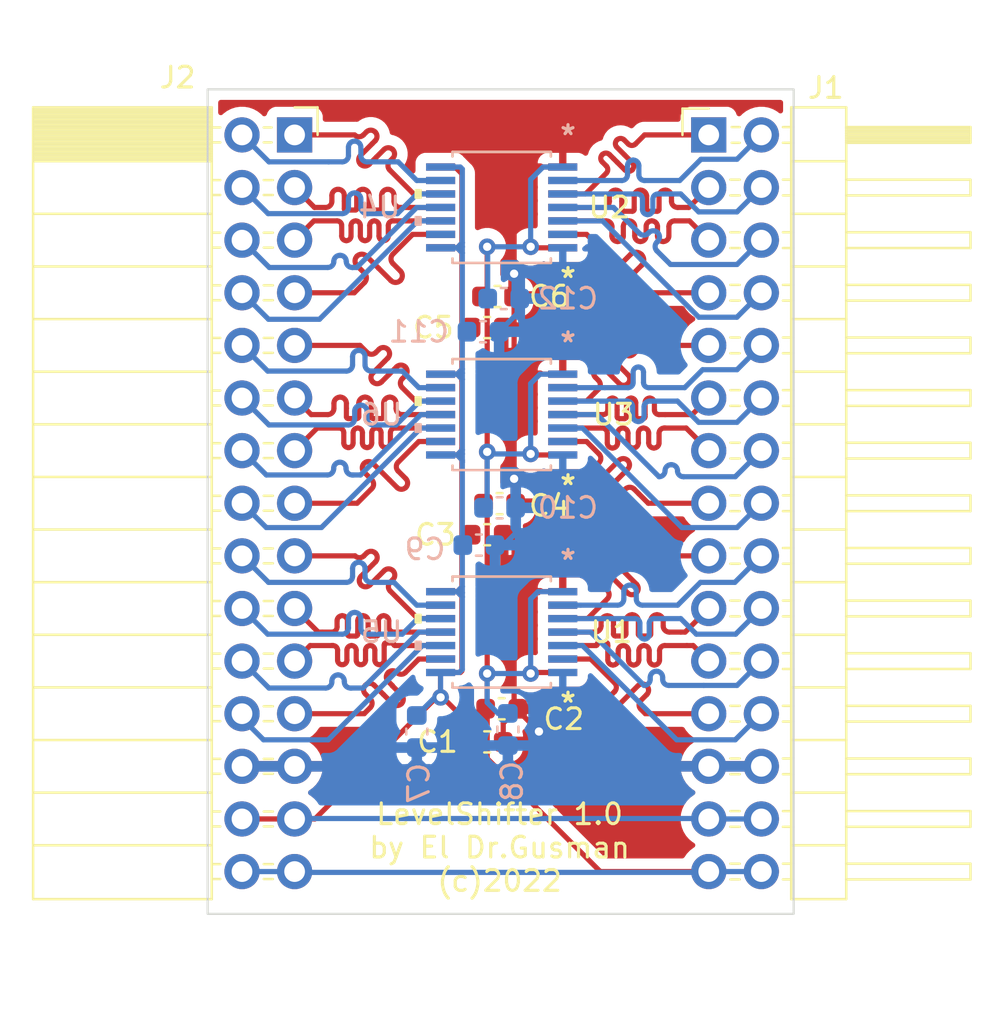
<source format=kicad_pcb>
(kicad_pcb (version 20211014) (generator pcbnew)
  (layers (0 "F.Cu" signal) (31 "B.Cu" signal) (34 "B.Paste" user) (35 "F.Paste" user) (36 "B.SilkS" user "B.Silkscreen") (37 "F.SilkS" user "F.Silkscreen") (38 "B.Mask" user) (39 "F.Mask" user) (44 "Edge.Cuts" user))
  (net 0 "")
  (net 1 "/CHAN_0_IN")
  (net 2 "/CHAN_1_IN")
  (net 3 "/CHAN_2_IN")
  (net 4 "/CHAN_3_IN")
  (net 5 "/CHAN_4_IN")
  (net 6 "/CHAN_5_IN")
  (net 7 "/CHAN_6_IN")
  (net 8 "/CHAN_7_IN")
  (net 9 "/CHAN_8_IN")
  (net 10 "/CHAN_9_IN")
  (net 11 "/CHAN_10_IN")
  (net 12 "/CHAN_11_IN")
  (net 13 "/GND")
  (net 14 "/3V3")
  (net 15 "/5V")
  (net 16 "/CHAN_0_OUT")
  (net 17 "/CHAN_1_OUT")
  (net 18 "/CHAN_2_OUT")
  (net 19 "/CHAN_3_OUT")
  (net 20 "/CHAN_4_OUT")
  (net 21 "/CHAN_5_OUT")
  (net 22 "/CHAN_6_OUT")
  (net 23 "/CHAN_7_OUT")
  (net 24 "/CHAN_8_OUT")
  (net 25 "/CHAN_9_OUT")
  (net 26 "/CHAN_10_OUT")
  (net 27 "/CHAN_11_OUT")
  (net 34 "/CHAN_23_IN")
  (net 35 "/CHAN_22_IN")
  (net 36 "/CHAN_21_IN")
  (net 37 "/CHAN_20_IN")
  (net 38 "/CHAN_19_IN")
  (net 39 "/CHAN_18_IN")
  (net 40 "/CHAN_17_IN")
  (net 41 "/CHAN_16_IN")
  (net 42 "/CHAN_15_IN")
  (net 43 "/CHAN_14_IN")
  (net 44 "/CHAN_13_IN")
  (net 45 "/CHAN_12_IN")
  (net 46 "/CHAN_23_OUT")
  (net 47 "/CHAN_22_OUT")
  (net 48 "/CHAN_21_OUT")
  (net 49 "/CHAN_20_OUT")
  (net 50 "/CHAN_19_OUT")
  (net 51 "/CHAN_18_OUT")
  (net 52 "/CHAN_17_OUT")
  (net 53 "/CHAN_16_OUT")
  (net 54 "/CHAN_15_OUT")
  (net 55 "/CHAN_14_OUT")
  (net 56 "/CHAN_13_OUT")
  (net 57 "/CHAN_12_OUT")
  (footprint "Capacitor_SMD:C_0603_1608Metric" (layer "F.Cu") (at 159.8 87.8 180)
    (fp_text reference "C6")
    (fp_text value "C")
  )
  (footprint "footprints:TXU0104PWR" (layer "F.Cu") (at 160 83.5 180)
    (fp_text reference "U2")
    (fp_text value "TXU0104PWR" hide)
  )
  (footprint "Connector_PinHeader_2.54mm:PinHeader_2x15_P2.54mm_Horizontal" (layer "F.Cu") (at 170 80)
    (fp_text reference "J1")
    (fp_text value "Conn_02x15_Odd_Even")
  )
  (footprint "Capacitor_SMD:C_0603_1608Metric" (layer "F.Cu") (at 160 107.7 180)
    (fp_text reference "C2")
    (fp_text value "C")
  )
  (footprint "Capacitor_SMD:C_0603_1608Metric" (layer "F.Cu") (at 159.9 97.8 180)
    (fp_text reference "C4")
    (fp_text value "C")
  )
  (footprint "Connector_PinSocket_2.54mm:PinSocket_2x15_P2.54mm_Horizontal" (layer "F.Cu") (at 150 80)
    (fp_text reference "J2")
    (fp_text value "Conn_02x15_Odd_Even")
  )
  (footprint "footprints:TXU0104PWR" (layer "F.Cu") (at 160 104 180)
    (fp_text reference "U1")
    (fp_text value "TXU0104PWR" hide)
  )
  (footprint "Capacitor_SMD:C_0603_1608Metric" (layer "F.Cu") (at 159.3 89.3)
    (fp_text reference "C5")
    (fp_text value "C")
  )
  (footprint "Capacitor_SMD:C_0603_1608Metric" (layer "F.Cu") (at 159.3 99.3)
    (fp_text reference "C3")
    (fp_text value "C")
  )
  (footprint "Capacitor_SMD:C_0603_1608Metric" (layer "F.Cu") (at 159.3 109.3)
    (fp_text reference "C1")
    (fp_text value "C")
  )
  (footprint "footprints:TXU0104PWR" (layer "F.Cu") (at 160 93.5 180)
    (fp_text reference "U3")
    (fp_text value "TXU0104PWR" hide)
  )
  (footprint "Capacitor_SMD:C_0603_1608Metric" (layer "B.Cu") (at 155.9 108.8 -90)
    (fp_text reference "C7")
    (fp_text value "C")
  )
  (footprint "Capacitor_SMD:C_0603_1608Metric" (layer "B.Cu") (at 160.3 108.7 90)
    (fp_text reference "C8")
    (fp_text value "C")
  )
  (footprint "footprints:TXU0104PWR" (layer "B.Cu") (at 160 93.5 180)
    (fp_text reference "U6")
    (fp_text value "TXU0104PWR" hide)
  )
  (footprint "Capacitor_SMD:C_0603_1608Metric" (layer "B.Cu") (at 160.1 87.9 180)
    (fp_text reference "C12")
    (fp_text value "C")
  )
  (footprint "footprints:TXU0104PWR" (layer "B.Cu") (at 160 104 180)
    (fp_text reference "U5")
    (fp_text value "TXU0104PWR" hide)
  )
  (footprint "Capacitor_SMD:C_0603_1608Metric" (layer "B.Cu") (at 159.9 98 180)
    (fp_text reference "C10")
    (fp_text value "C")
  )
  (footprint "footprints:TXU0104PWR" (layer "B.Cu") (at 160 83.5 180)
    (fp_text reference "U4")
    (fp_text value "TXU0104PWR" hide)
  )
  (footprint "Capacitor_SMD:C_0603_1608Metric" (layer "B.Cu") (at 158.9 99.8)
    (fp_text reference "C9")
    (fp_text value "C")
  )
  (footprint "Capacitor_SMD:C_0603_1608Metric" (layer "B.Cu") (at 159.1 89.5)
    (fp_text reference "C11")
    (fp_text value "C")
  )
  (gr_rect (start 145.8 77.8) (end 174.1 117.6) (layer "Edge.Cuts") (width 0.1) (fill none))
  (gr_text "LevelShifter 1.0\nby El Dr.Gusman\n(c)2022" (at 159.9 114.4) (layer "F.SilkS") (effects (font (size 1 1))))
  (segment (start 165.21169 80.95103) (end 165.403555 81.142895) (width 0.25) (layer "F.Cu") (net 1))
  (segment (start 166.302525 81.688309) (end 166.302526 81.688308) (width 0.25) (layer "F.Cu") (net 1))
  (segment (start 165.580332 81.319668) (end 165.948972 81.688308) (width 0.25) (layer "F.Cu") (net 1))
  (segment (start 162.949948 82.850014) (end 164.049986 82.850014) (width 0.25) (layer "F.Cu") (net 1))
  (segment (start 164.049986 82.850014) (end 165.05 81.85) (width 0.25) (layer "F.Cu") (net 1))
  (segment (start 165.050001 81.496446) (end 164.858137 81.304582) (width 0.25) (layer "F.Cu") (net 1))
  (segment (start 165.05 81.496448) (end 165.050001 81.496446) (width 0.25) (layer "F.Cu") (net 1))
  (segment (start 165.403555 81.142895) (end 165.580331 81.319671) (width 0.25) (layer "F.Cu") (net 1))
  (segment (start 166.464219 80.435784) (end 166.9 80) (width 0.25) (layer "F.Cu") (net 1))
  (segment (start 165.580331 81.319671) (end 165.580332 81.319668) (width 0.25) (layer "F.Cu") (net 1))
  (segment (start 166.302526 81.334754) (end 165.933885 80.966113) (width 0.25) (layer "F.Cu") (net 1))
  (segment (start 165.933885 80.966113) (end 165.565246 80.597474) (width 0.25) (layer "F.Cu") (net 1))
  (segment (start 166.9 80) (end 170 80) (width 0.25) (layer "F.Cu") (net 1))
  (segment (start 166.464218 80.435784) (end 166.464219 80.435784) (width 0.25) (layer "F.Cu") (net 1))
  (segment (start 164.858138 80.951029) (end 164.858136 80.95103) (width 0.25) (layer "F.Cu") (net 1))
  (segment (start 165.565245 80.243921) (end 165.565246 80.24392) (width 0.25) (layer "F.Cu") (net 1))
  (segment (start 165.9188 80.24392) (end 166.110665 80.435785) (width 0.25) (layer "F.Cu") (net 1))
  (arc (start 164.858136 80.95103) (mid 165.034913 80.877807) (end 165.21169 80.95103) (width 0.25) (layer "F.Cu") (net 1))
  (arc (start 165.948972 81.688308) (mid 166.125748 81.761532) (end 166.302525 81.688309) (width 0.25) (layer "F.Cu") (net 1))
  (arc (start 164.858137 81.304582) (mid 164.784914 81.127805) (end 164.858138 80.951029) (width 0.25) (layer "F.Cu") (net 1))
  (arc (start 165.565246 80.597474) (mid 165.492022 80.420698) (end 165.565245 80.243921) (width 0.25) (layer "F.Cu") (net 1))
  (arc (start 165.565246 80.24392) (mid 165.742023 80.170697) (end 165.9188 80.24392) (width 0.25) (layer "F.Cu") (net 1))
  (arc (start 166.110665 80.435785) (mid 166.287442 80.509008) (end 166.464218 80.435784) (width 0.25) (layer "F.Cu") (net 1))
  (arc (start 165.05 81.85) (mid 165.123224 81.673223) (end 165.05 81.496448) (width 0.25) (layer "F.Cu") (net 1))
  (arc (start 166.302526 81.688308) (mid 166.375749 81.511531) (end 166.302526 81.334754) (width 0.25) (layer "F.Cu") (net 1))
  (segment (start 167.6 83.5) (end 167.6 82.964591) (width 0.25) (layer "F.Cu") (net 2))
  (segment (start 167.092704 83.685409) (end 167.507296 83.685409) (width 0.25) (layer "F.Cu") (net 2))
  (segment (start 168.2 82.964591) (end 168.2 83.2) (width 0.25) (layer "F.Cu") (net 2))
  (segment (start 165.8 82.964591) (end 165.8 83.2) (width 0.25) (layer "F.Cu") (net 2))
  (segment (start 166.4 83.592705) (end 166.4 83.5) (width 0.25) (layer "F.Cu") (net 2))
  (segment (start 162.949948 83.5) (end 164.9 83.5) (width 0.25) (layer "F.Cu") (net 2))
  (segment (start 166.4 83.5) (end 166.4 82.964591) (width 0.25) (layer "F.Cu") (net 2))
  (segment (start 167 82.964591) (end 167 83.5) (width 0.25) (layer "F.Cu") (net 2))
  (segment (start 168.5 83.5) (end 169.04 83.5) (width 0.25) (layer "F.Cu") (net 2))
  (segment (start 165.892704 83.685409) (end 166.307296 83.685409) (width 0.25) (layer "F.Cu") (net 2))
  (segment (start 165.8 83.2) (end 165.8 83.592705) (width 0.25) (layer "F.Cu") (net 2))
  (segment (start 167 83.5) (end 167 83.592705) (width 0.25) (layer "F.Cu") (net 2))
  (segment (start 167.6 83.592705) (end 167.6 83.5) (width 0.25) (layer "F.Cu") (net 2))
  (segment (start 165.2 83.2) (end 165.2 82.964591) (width 0.25) (layer "F.Cu") (net 2))
  (segment (start 169.04 83.5) (end 170 82.54) (width 0.25) (layer "F.Cu") (net 2))
  (arc (start 166.4 82.964591) (mid 166.487868 82.752459) (end 166.7 82.664591) (width 0.25) (layer "F.Cu") (net 2))
  (arc (start 166.7 82.664591) (mid 166.912132 82.752459) (end 167 82.964591) (width 0.25) (layer "F.Cu") (net 2))
  (arc (start 165.5 82.664591) (mid 165.712132 82.752459) (end 165.8 82.964591) (width 0.25) (layer "F.Cu") (net 2))
  (arc (start 167.9 82.664591) (mid 168.112132 82.752459) (end 168.2 82.964591) (width 0.25) (layer "F.Cu") (net 2))
  (arc (start 167.507296 83.685409) (mid 167.572848 83.658257) (end 167.6 83.592705) (width 0.25) (layer "F.Cu") (net 2))
  (arc (start 165.2 82.964591) (mid 165.287868 82.752459) (end 165.5 82.664591) (width 0.25) (layer "F.Cu") (net 2))
  (arc (start 166.307296 83.685409) (mid 166.372848 83.658257) (end 166.4 83.592705) (width 0.25) (layer "F.Cu") (net 2))
  (arc (start 167 83.592705) (mid 167.027152 83.658257) (end 167.092704 83.685409) (width 0.25) (layer "F.Cu") (net 2))
  (arc (start 165.8 83.592705) (mid 165.827152 83.658257) (end 165.892704 83.685409) (width 0.25) (layer "F.Cu") (net 2))
  (arc (start 167.6 82.964591) (mid 167.687868 82.752459) (end 167.9 82.664591) (width 0.25) (layer "F.Cu") (net 2))
  (arc (start 168.2 83.2) (mid 168.287868 83.412132) (end 168.5 83.5) (width 0.25) (layer "F.Cu") (net 2))
  (arc (start 164.9 83.5) (mid 165.112132 83.412132) (end 165.2 83.2) (width 0.25) (layer "F.Cu") (net 2))
  (segment (start 168.074986 84.871816) (end 168.074986 84.424986) (width 0.25) (layer "F.Cu") (net 3))
  (segment (start 165.324986 84.424986) (end 165.324986 84.871816) (width 0.25) (layer "F.Cu") (net 3))
  (segment (start 166.424986 84.424986) (end 166.424986 84.871816) (width 0.25) (layer "F.Cu") (net 3))
  (segment (start 165.874986 84.871816) (end 165.874986 84.424986) (width 0.25) (layer "F.Cu") (net 3))
  (segment (start 162.949948 84.149986) (end 165.049986 84.149986) (width 0.25) (layer "F.Cu") (net 3))
  (segment (start 168.349986 84.149986) (end 169.069986 84.149986) (width 0.25) (layer "F.Cu") (net 3))
  (segment (start 166.974986 84.871816) (end 166.974986 84.424986) (width 0.25) (layer "F.Cu") (net 3))
  (segment (start 167.524986 84.424986) (end 167.524986 84.871816) (width 0.25) (layer "F.Cu") (net 3))
  (segment (start 169.069986 84.149986) (end 170 85.08) (width 0.25) (layer "F.Cu") (net 3))
  (arc (start 166.149986 84.149986) (mid 166.34444 84.230532) (end 166.424986 84.424986) (width 0.25) (layer "F.Cu") (net 3))
  (arc (start 167.799986 85.146816) (mid 167.99444 85.06627) (end 168.074986 84.871816) (width 0.25) (layer "F.Cu") (net 3))
  (arc (start 166.699986 85.146816) (mid 166.89444 85.06627) (end 166.974986 84.871816) (width 0.25) (layer "F.Cu") (net 3))
  (arc (start 167.524986 84.871816) (mid 167.605532 85.06627) (end 167.799986 85.146816) (width 0.25) (layer "F.Cu") (net 3))
  (arc (start 168.074986 84.424986) (mid 168.155532 84.230532) (end 168.349986 84.149986) (width 0.25) (layer "F.Cu") (net 3))
  (arc (start 165.049986 84.149986) (mid 165.24444 84.230532) (end 165.324986 84.424986) (width 0.25) (layer "F.Cu") (net 3))
  (arc (start 166.424986 84.871816) (mid 166.505532 85.06627) (end 166.699986 85.146816) (width 0.25) (layer "F.Cu") (net 3))
  (arc (start 167.249986 84.149986) (mid 167.44444 84.230532) (end 167.524986 84.424986) (width 0.25) (layer "F.Cu") (net 3))
  (arc (start 165.874986 84.424986) (mid 165.955532 84.230532) (end 166.149986 84.149986) (width 0.25) (layer "F.Cu") (net 3))
  (arc (start 165.324986 84.871816) (mid 165.405532 85.06627) (end 165.599986 85.146816) (width 0.25) (layer "F.Cu") (net 3))
  (arc (start 166.974986 84.424986) (mid 167.055532 84.230532) (end 167.249986 84.149986) (width 0.25) (layer "F.Cu") (net 3))
  (arc (start 165.599986 85.146816) (mid 165.79444 85.06627) (end 165.874986 84.871816) (width 0.25) (layer "F.Cu") (net 3))
  (segment (start 166.92 87.62) (end 170 87.62) (width 0.25) (layer "F.Cu") (net 4))
  (segment (start 166.618448 87.318448) (end 166.92 87.62) (width 0.25) (layer "F.Cu") (net 4))
  (segment (start 165.071387 86.919602) (end 165.071386 86.919603) (width 0.25) (layer "F.Cu") (net 4))
  (segment (start 165.071386 86.919603) (end 166.219601 85.771384) (width 0.25) (layer "F.Cu") (net 4))
  (segment (start 164.85 86.08033) (end 164.541056 86.389273) (width 0.25) (layer "F.Cu") (net 4))
  (segment (start 166.440988 87.140988) (end 166.618448 87.318448) (width 0.25) (layer "F.Cu") (net 4))
  (segment (start 166.749933 86.301716) (end 166.440988 86.610658) (width 0.25) (layer "F.Cu") (net 4))
  (segment (start 166.749932 86.301717) (end 166.749933 86.301716) (width 0.25) (layer "F.Cu") (net 4))
  (segment (start 162.949948 84.799972) (end 164.099972 84.799972) (width 0.25) (layer "F.Cu") (net 4))
  (segment (start 164.099972 84.799972) (end 164.85 85.55) (width 0.25) (layer "F.Cu") (net 4))
  (segment (start 164.849999 86.080331) (end 164.85 86.08033) (width 0.25) (layer "F.Cu") (net 4))
  (arc (start 164.541056 86.919603) (mid 164.806222 87.029438) (end 165.071387 86.919602) (width 0.25) (layer "F.Cu") (net 4))
  (arc (start 164.85 85.55) (mid 164.959835 85.815166) (end 164.849999 86.080331) (width 0.25) (layer "F.Cu") (net 4))
  (arc (start 166.440988 86.610658) (mid 166.331153 86.875823) (end 166.440988 87.140988) (width 0.25) (layer "F.Cu") (net 4))
  (arc (start 166.749933 85.771386) (mid 166.859767 86.036551) (end 166.749932 86.301717) (width 0.25) (layer "F.Cu") (net 4))
  (arc (start 164.541056 86.389273) (mid 164.431221 86.654438) (end 164.541056 86.919603) (width 0.25) (layer "F.Cu") (net 4))
  (arc (start 166.219601 85.771384) (mid 166.484768 85.661551) (end 166.749933 85.771386) (width 0.25) (layer "F.Cu") (net 4))
  (segment (start 166.096969 91.575644) (end 165.374356 90.85303) (width 0.25) (layer "F.Cu") (net 5))
  (segment (start 164.675 91.850736) (end 164.525825 91.701561) (width 0.25) (layer "F.Cu") (net 5))
  (segment (start 166.79 90.16) (end 170 90.16) (width 0.25) (layer "F.Cu") (net 5))
  (segment (start 164.099986 92.850014) (end 164.675 92.275) (width 0.25) (layer "F.Cu") (net 5))
  (segment (start 162.949948 92.850014) (end 164.099986 92.850014) (width 0.25) (layer "F.Cu") (net 5))
  (segment (start 164.950091 91.277296) (end 165.672705 91.999909) (width 0.25) (layer "F.Cu") (net 5))
  (segment (start 164.950091 91.277297) (end 164.950091 91.277296) (width 0.25) (layer "F.Cu") (net 5))
  (segment (start 166.372062 90.577941) (end 166.79 90.16) (width 0.25) (layer "F.Cu") (net 5))
  (segment (start 165.798622 90.428765) (end 165.947798 90.577941) (width 0.25) (layer "F.Cu") (net 5))
  (segment (start 165.798622 90.428766) (end 165.798622 90.428765) (width 0.25) (layer "F.Cu") (net 5))
  (segment (start 166.096969 91.575643) (end 166.096969 91.575644) (width 0.25) (layer "F.Cu") (net 5))
  (arc (start 164.525825 91.701561) (mid 164.437957 91.489429) (end 164.525825 91.277297) (width 0.25) (layer "F.Cu") (net 5))
  (arc (start 165.947798 90.577941) (mid 166.15993 90.665809) (end 166.372062 90.577941) (width 0.25) (layer "F.Cu") (net 5))
  (arc (start 165.672705 91.999909) (mid 165.884837 92.087777) (end 166.096969 91.999909) (width 0.25) (layer "F.Cu") (net 5))
  (arc (start 165.374356 90.85303) (mid 165.286488 90.640898) (end 165.374356 90.428766) (width 0.25) (layer "F.Cu") (net 5))
  (arc (start 164.675 92.275) (mid 164.762868 92.062868) (end 164.675 91.850736) (width 0.25) (layer "F.Cu") (net 5))
  (arc (start 166.096969 91.999909) (mid 166.184837 91.787776) (end 166.096969 91.575643) (width 0.25) (layer "F.Cu") (net 5))
  (arc (start 165.374356 90.428766) (mid 165.58649 90.340897) (end 165.798622 90.428766) (width 0.25) (layer "F.Cu") (net 5))
  (arc (start 164.525825 91.277297) (mid 164.737959 91.189428) (end 164.950091 91.277297) (width 0.25) (layer "F.Cu") (net 5))
  (segment (start 166.925 93.598142) (end 166.925 93.5) (width 0.25) (layer "F.Cu") (net 6))
  (segment (start 166.573142 93.696284) (end 166.826858 93.696284) (width 0.25) (layer "F.Cu") (net 6))
  (segment (start 167.8976 93.5) (end 169.2 93.5) (width 0.25) (layer "F.Cu") (net 6))
  (segment (start 166.925 93.5) (end 166.925 92.928716) (width 0.25) (layer "F.Cu") (net 6))
  (segment (start 165.125 93.275) (end 165.125 92.928716) (width 0.25) (layer "F.Cu") (net 6))
  (segment (start 166.475 92.928716) (end 166.475 93.5) (width 0.25) (layer "F.Cu") (net 6))
  (segment (start 165.673142 93.696284) (end 165.926858 93.696284) (width 0.25) (layer "F.Cu") (net 6))
  (segment (start 166.025 93.598142) (end 166.025 93.5) (width 0.25) (layer "F.Cu") (net 6))
  (segment (start 165.575 93.275) (end 165.575 93.598142) (width 0.25) (layer "F.Cu") (net 6))
  (segment (start 165.575 92.928716) (end 165.575 93.275) (width 0.25) (layer "F.Cu") (net 6))
  (segment (start 169.2 93.5) (end 170 92.7) (width 0.25) (layer "F.Cu") (net 6))
  (segment (start 166.025 93.5) (end 166.025 92.928716) (width 0.25) (layer "F.Cu") (net 6))
  (segment (start 167.375 92.928716) (end 167.375 93.275) (width 0.25) (layer "F.Cu") (net 6))
  (segment (start 167.6 93.5) (end 167.8976 93.5) (width 0.25) (layer "F.Cu") (net 6))
  (segment (start 166.475 93.5) (end 166.475 93.598142) (width 0.25) (layer "F.Cu") (net 6))
  (segment (start 162.949948 93.5) (end 164.9 93.5) (width 0.25) (layer "F.Cu") (net 6))
  (arc (start 165.926858 93.696284) (mid 165.996255 93.667539) (end 166.025 93.598142) (width 0.25) (layer "F.Cu") (net 6))
  (arc (start 164.9 93.5) (mid 165.059099 93.434099) (end 165.125 93.275) (width 0.25) (layer "F.Cu") (net 6))
  (arc (start 166.925 92.928716) (mid 166.990901 92.769617) (end 167.15 92.703716) (width 0.25) (layer "F.Cu") (net 6))
  (arc (start 166.475 93.598142) (mid 166.503745 93.667539) (end 166.573142 93.696284) (width 0.25) (layer "F.Cu") (net 6))
  (arc (start 165.575 93.598142) (mid 165.603745 93.667539) (end 165.673142 93.696284) (width 0.25) (layer "F.Cu") (net 6))
  (arc (start 167.375 93.275) (mid 167.440901 93.434099) (end 167.6 93.5) (width 0.25) (layer "F.Cu") (net 6))
  (arc (start 166.826858 93.696284) (mid 166.896255 93.667539) (end 166.925 93.598142) (width 0.25) (layer "F.Cu") (net 6))
  (arc (start 165.35 92.703716) (mid 165.509099 92.769617) (end 165.575 92.928716) (width 0.25) (layer "F.Cu") (net 6))
  (arc (start 167.15 92.703716) (mid 167.309099 92.769617) (end 167.375 92.928716) (width 0.25) (layer "F.Cu") (net 6))
  (arc (start 165.125 92.928716) (mid 165.190901 92.769617) (end 165.35 92.703716) (width 0.25) (layer "F.Cu") (net 6))
  (arc (start 166.025 92.928716) (mid 166.090901 92.769617) (end 166.25 92.703716) (width 0.25) (layer "F.Cu") (net 6))
  (arc (start 166.25 92.703716) (mid 166.409099 92.769617) (end 166.475 92.928716) (width 0.25) (layer "F.Cu") (net 6))
  (segment (start 167.849986 94.149986) (end 167.899986 94.149986) (width 0.25) (layer "F.Cu") (net 7))
  (segment (start 168.909986 94.149986) (end 170 95.24) (width 0.25) (layer "F.Cu") (net 7))
  (segment (start 167.099986 94.399986) (end 167.099986 94.864308) (width 0.25) (layer "F.Cu") (net 7))
  (segment (start 167.599986 94.864308) (end 167.599986 94.399986) (width 0.25) (layer "F.Cu") (net 7))
  (segment (start 162.949948 94.149986) (end 164.849986 94.149986) (width 0.25) (layer "F.Cu") (net 7))
  (segment (start 165.099986 94.399986) (end 165.099986 94.864308) (width 0.25) (layer "F.Cu") (net 7))
  (segment (start 166.099986 94.399986) (end 166.099986 94.864308) (width 0.25) (layer "F.Cu") (net 7))
  (segment (start 165.599986 94.864308) (end 165.599986 94.399986) (width 0.25) (layer "F.Cu") (net 7))
  (segment (start 166.599986 94.864308) (end 166.599986 94.399986) (width 0.25) (layer "F.Cu") (net 7))
  (segment (start 167.899986 94.149986) (end 168.909986 94.149986) (width 0.25) (layer "F.Cu") (net 7))
  (arc (start 166.099986 94.864308) (mid 166.173209 95.041085) (end 166.349986 95.114308) (width 0.25) (layer "F.Cu") (net 7))
  (arc (start 165.099986 94.864308) (mid 165.173209 95.041085) (end 165.349986 95.114308) (width 0.25) (layer "F.Cu") (net 7))
  (arc (start 167.349986 95.114308) (mid 167.526763 95.041085) (end 167.599986 94.864308) (width 0.25) (layer "F.Cu") (net 7))
  (arc (start 165.349986 95.114308) (mid 165.526763 95.041085) (end 165.599986 94.864308) (width 0.25) (layer "F.Cu") (net 7))
  (arc (start 167.099986 94.864308) (mid 167.173209 95.041085) (end 167.349986 95.114308) (width 0.25) (layer "F.Cu") (net 7))
  (arc (start 164.849986 94.149986) (mid 165.026763 94.223209) (end 165.099986 94.399986) (width 0.25) (layer "F.Cu") (net 7))
  (arc (start 166.849986 94.149986) (mid 167.026763 94.223209) (end 167.099986 94.399986) (width 0.25) (layer "F.Cu") (net 7))
  (arc (start 166.599986 94.399986) (mid 166.673209 94.223209) (end 166.849986 94.149986) (width 0.25) (layer "F.Cu") (net 7))
  (arc (start 165.599986 94.399986) (mid 165.673209 94.223209) (end 165.849986 94.149986) (width 0.25) (layer "F.Cu") (net 7))
  (arc (start 167.599986 94.399986) (mid 167.673209 94.223209) (end 167.849986 94.149986) (width 0.25) (layer "F.Cu") (net 7))
  (arc (start 166.349986 95.114308) (mid 166.526763 95.041085) (end 166.599986 94.864308) (width 0.25) (layer "F.Cu") (net 7))
  (arc (start 165.849986 94.149986) (mid 166.026763 94.223209) (end 166.099986 94.399986) (width 0.25) (layer "F.Cu") (net 7))
  (segment (start 164.099972 94.799972) (end 164.7 95.4) (width 0.25) (layer "F.Cu") (net 8))
  (segment (start 164.699999 95.824265) (end 164.7 95.824264) (width 0.25) (layer "F.Cu") (net 8))
  (segment (start 164.977448 96.395343) (end 165.659986 95.712801) (width 0.25) (layer "F.Cu") (net 8))
  (segment (start 166.084251 96.137068) (end 166.084252 96.137067) (width 0.25) (layer "F.Cu") (net 8))
  (segment (start 164.7 95.824264) (end 164.553184 95.971079) (width 0.25) (layer "F.Cu") (net 8))
  (segment (start 162.949948 94.799972) (end 164.099972 94.799972) (width 0.25) (layer "F.Cu") (net 8))
  (segment (start 166.084252 96.137067) (end 165.548525 96.67279) (width 0.25) (layer "F.Cu") (net 8))
  (segment (start 166.628783 97.328783) (end 167.08 97.78) (width 0.25) (layer "F.Cu") (net 8))
  (segment (start 167.08 97.78) (end 170 97.78) (width 0.25) (layer "F.Cu") (net 8))
  (segment (start 165.825974 97.243869) (end 165.972789 97.097053) (width 0.25) (layer "F.Cu") (net 8))
  (segment (start 164.977449 96.395342) (end 164.977448 96.395343) (width 0.25) (layer "F.Cu") (net 8))
  (segment (start 166.397053 97.097053) (end 166.628783 97.328783) (width 0.25) (layer "F.Cu") (net 8))
  (segment (start 165.548525 96.67279) (end 165.40171 96.819605) (width 0.25) (layer "F.Cu") (net 8))
  (segment (start 165.825975 97.243868) (end 165.825974 97.243869) (width 0.25) (layer "F.Cu") (net 8))
  (arc (start 165.40171 97.243869) (mid 165.613843 97.331737) (end 165.825975 97.243868) (width 0.25) (layer "F.Cu") (net 8))
  (arc (start 165.40171 96.819605) (mid 165.313842 97.031737) (end 165.40171 97.243869) (width 0.25) (layer "F.Cu") (net 8))
  (arc (start 166.084252 95.712803) (mid 166.172119 95.924935) (end 166.084251 96.137068) (width 0.25) (layer "F.Cu") (net 8))
  (arc (start 165.972789 97.097053) (mid 166.184921 97.009185) (end 166.397053 97.097053) (width 0.25) (layer "F.Cu") (net 8))
  (arc (start 164.7 95.4) (mid 164.787868 95.612133) (end 164.699999 95.824265) (width 0.25) (layer "F.Cu") (net 8))
  (arc (start 164.553184 95.971079) (mid 164.465316 96.183211) (end 164.553184 96.395343) (width 0.25) (layer "F.Cu") (net 8))
  (arc (start 165.659986 95.712801) (mid 165.87212 95.624935) (end 166.084252 95.712803) (width 0.25) (layer "F.Cu") (net 8))
  (arc (start 164.553184 96.395343) (mid 164.765317 96.483211) (end 164.977449 96.395342) (width 0.25) (layer "F.Cu") (net 8))
  (segment (start 165.1 101.975736) (end 164.967422 101.843158) (width 0.25) (layer "F.Cu") (net 9))
  (segment (start 165.391688 101.418893) (end 166.081108 102.108312) (width 0.25) (layer "F.Cu") (net 9))
  (segment (start 166.797062 100.702941) (end 167.066335 100.433665) (width 0.25) (layer "F.Cu") (net 9))
  (segment (start 165.391688 101.418894) (end 165.391688 101.418893) (width 0.25) (layer "F.Cu") (net 9))
  (segment (start 166.240219 100.570363) (end 166.240219 100.570362) (width 0.25) (layer "F.Cu") (net 9))
  (segment (start 167.18 100.32) (end 170 100.32) (width 0.25) (layer "F.Cu") (net 9))
  (segment (start 162.949948 103.350014) (end 164.149986 103.350014) (width 0.25) (layer "F.Cu") (net 9))
  (segment (start 166.505372 101.684047) (end 165.815953 100.994627) (width 0.25) (layer "F.Cu") (net 9))
  (segment (start 167.066335 100.433665) (end 167.18 100.32) (width 0.25) (layer "F.Cu") (net 9))
  (segment (start 166.240219 100.570362) (end 166.372798 100.702941) (width 0.25) (layer "F.Cu") (net 9))
  (segment (start 164.149986 103.350014) (end 165.1 102.4) (width 0.25) (layer "F.Cu") (net 9))
  (segment (start 166.505372 101.684046) (end 166.505372 101.684047) (width 0.25) (layer "F.Cu") (net 9))
  (arc (start 165.815953 100.570363) (mid 166.028087 100.482494) (end 166.240219 100.570363) (width 0.25) (layer "F.Cu") (net 9))
  (arc (start 165.815953 100.994627) (mid 165.728085 100.782495) (end 165.815953 100.570363) (width 0.25) (layer "F.Cu") (net 9))
  (arc (start 164.967422 101.843158) (mid 164.879554 101.631026) (end 164.967422 101.418894) (width 0.25) (layer "F.Cu") (net 9))
  (arc (start 165.1 102.4) (mid 165.187868 102.187868) (end 165.1 101.975736) (width 0.25) (layer "F.Cu") (net 9))
  (arc (start 166.081108 102.108312) (mid 166.29324 102.19618) (end 166.505372 102.108312) (width 0.25) (layer "F.Cu") (net 9))
  (arc (start 164.967422 101.418894) (mid 165.179556 101.331025) (end 165.391688 101.418894) (width 0.25) (layer "F.Cu") (net 9))
  (arc (start 166.372798 100.702941) (mid 166.58493 100.790809) (end 166.797062 100.702941) (width 0.25) (layer "F.Cu") (net 9))
  (arc (start 166.505372 102.108312) (mid 166.59324 101.896179) (end 166.505372 101.684046) (width 0.25) (layer "F.Cu") (net 9))
  (segment (start 166 104.093977) (end 166 104) (width 0.25) (layer "F.Cu") (net 10))
  (segment (start 167.2 104.093977) (end 167.2 104) (width 0.25) (layer "F.Cu") (net 10))
  (segment (start 162.949948 104) (end 164.5 104) (width 0.25) (layer "F.Cu") (net 10))
  (segment (start 167.8 103.462047) (end 167.8 103.7) (width 0.25) (layer "F.Cu") (net 10))
  (segment (start 166.693976 104.187953) (end 167.106024 104.187953) (width 0.25) (layer "F.Cu") (net 10))
  (segment (start 168.86 104) (end 170 102.86) (width 0.25) (layer "F.Cu") (net 10))
  (segment (start 166 104) (end 166 103.462047) (width 0.25) (layer "F.Cu") (net 10))
  (segment (start 168.1 104) (end 168.647941 104) (width 0.25) (layer "F.Cu") (net 10))
  (segment (start 165.4 103.7) (end 165.4 104.093977) (width 0.25) (layer "F.Cu") (net 10))
  (segment (start 168.647941 104) (end 168.86 104) (width 0.25) (layer "F.Cu") (net 10))
  (segment (start 165.4 103.512047) (end 165.4 103.7) (width 0.25) (layer "F.Cu") (net 10))
  (segment (start 164.8 103.7) (end 164.8 103.512047) (width 0.25) (layer "F.Cu") (net 10))
  (segment (start 165.493976 104.187953) (end 165.906024 104.187953) (width 0.25) (layer "F.Cu") (net 10))
  (segment (start 166.6 103.462047) (end 166.6 104) (width 0.25) (layer "F.Cu") (net 10))
  (segment (start 167.2 104) (end 167.2 103.462047) (width 0.25) (layer "F.Cu") (net 10))
  (segment (start 166.6 104) (end 166.6 104.093977) (width 0.25) (layer "F.Cu") (net 10))
  (arc (start 167.2 103.462047) (mid 167.287868 103.249915) (end 167.5 103.162047) (width 0.25) (layer "F.Cu") (net 10))
  (arc (start 165.1 103.212047) (mid 165.312132 103.299915) (end 165.4 103.512047) (width 0.25) (layer "F.Cu") (net 10))
  (arc (start 164.5 104) (mid 164.712132 103.912132) (end 164.8 103.7) (width 0.25) (layer "F.Cu") (net 10))
  (arc (start 167.8 103.7) (mid 167.887868 103.912132) (end 168.1 104) (width 0.25) (layer "F.Cu") (net 10))
  (arc (start 165.906024 104.187953) (mid 165.972475 104.160428) (end 166 104.093977) (width 0.25) (layer "F.Cu") (net 10))
  (arc (start 167.5 103.162047) (mid 167.712132 103.249915) (end 167.8 103.462047) (width 0.25) (layer "F.Cu") (net 10))
  (arc (start 166.6 104.093977) (mid 166.627525 104.160428) (end 166.693976 104.187953) (width 0.25) (layer "F.Cu") (net 10))
  (arc (start 166 103.462047) (mid 166.087868 103.249915) (end 166.3 103.162047) (width 0.25) (layer "F.Cu") (net 10))
  (arc (start 167.106024 104.187953) (mid 167.172475 104.160428) (end 167.2 104.093977) (width 0.25) (layer "F.Cu") (net 10))
  (arc (start 165.4 104.093977) (mid 165.427525 104.160428) (end 165.493976 104.187953) (width 0.25) (layer "F.Cu") (net 10))
  (arc (start 166.3 103.162047) (mid 166.512132 103.249915) (end 166.6 103.462047) (width 0.25) (layer "F.Cu") (net 10))
  (arc (start 164.8 103.512047) (mid 164.887868 103.299915) (end 165.1 103.212047) (width 0.25) (layer "F.Cu") (net 10))
  (segment (start 164.619785 104.580215) (end 164.619785 104.580214) (width 0.25) (layer "F.Cu") (net 11))
  (segment (start 165.625014 105.339529) (end 165.625014 104.899986) (width 0.25) (layer "F.Cu") (net 11))
  (segment (start 165.119785 104.580214) (end 165.119785 104.580215) (width 0.25) (layer "F.Cu") (net 11))
  (segment (start 165.119785 104.649986) (end 165.125014 104.649986) (width 0.25) (layer "F.Cu") (net 11))
  (segment (start 166.125014 104.899986) (end 166.125014 105.339529) (width 0.25) (layer "F.Cu") (net 11))
  (segment (start 168.945732 104.649986) (end 169.249986 104.649986) (width 0.25) (layer "F.Cu") (net 11))
  (segment (start 169.249986 104.649986) (end 170 105.4) (width 0.25) (layer "F.Cu") (net 11))
  (segment (start 167.125014 104.899986) (end 167.125014 105.339529) (width 0.25) (layer "F.Cu") (net 11))
  (segment (start 162.949948 104.649986) (end 164.550014 104.649986) (width 0.25) (layer "F.Cu") (net 11))
  (segment (start 166.625014 105.339529) (end 166.625014 104.899986) (width 0.25) (layer "F.Cu") (net 11))
  (segment (start 167.625014 105.339529) (end 167.625014 104.899986) (width 0.25) (layer "F.Cu") (net 11))
  (segment (start 165.125014 104.649986) (end 165.125014 105.339529) (width 0.25) (layer "F.Cu") (net 11))
  (segment (start 164.689556 104.510443) (end 165.050014 104.510443) (width 0.25) (layer "F.Cu") (net 11))
  (segment (start 167.875014 104.649986) (end 168.945732 104.649986) (width 0.25) (layer "F.Cu") (net 11))
  (segment (start 165.119785 104.580215) (end 165.119785 104.649986) (width 0.25) (layer "F.Cu") (net 11))
  (arc (start 166.875014 104.649986) (mid 167.051791 104.723209) (end 167.125014 104.899986) (width 0.25) (layer "F.Cu") (net 11))
  (arc (start 166.125014 105.339529) (mid 166.198237 105.516306) (end 166.375014 105.589529) (width 0.25) (layer "F.Cu") (net 11))
  (arc (start 167.375014 105.589529) (mid 167.551791 105.516306) (end 167.625014 105.339529) (width 0.25) (layer "F.Cu") (net 11))
  (arc (start 165.050014 104.510443) (mid 165.09935 104.530878) (end 165.119785 104.580214) (width 0.25) (layer "F.Cu") (net 11))
  (arc (start 165.375014 105.589529) (mid 165.551791 105.516306) (end 165.625014 105.339529) (width 0.25) (layer "F.Cu") (net 11))
  (arc (start 164.550014 104.649986) (mid 164.59935 104.629551) (end 164.619785 104.580215) (width 0.25) (layer "F.Cu") (net 11))
  (arc (start 167.625014 104.899986) (mid 167.698237 104.723209) (end 167.875014 104.649986) (width 0.25) (layer "F.Cu") (net 11))
  (arc (start 165.125014 105.339529) (mid 165.198237 105.516306) (end 165.375014 105.589529) (width 0.25) (layer "F.Cu") (net 11))
  (arc (start 166.375014 105.589529) (mid 166.551791 105.516306) (end 166.625014 105.339529) (width 0.25) (layer "F.Cu") (net 11))
  (arc (start 167.125014 105.339529) (mid 167.198237 105.516306) (end 167.375014 105.589529) (width 0.25) (layer "F.Cu") (net 11))
  (arc (start 164.619785 104.580214) (mid 164.64022 104.530878) (end 164.689556 104.510443) (width 0.25) (layer "F.Cu") (net 11))
  (arc (start 165.875014 104.649986) (mid 166.051791 104.723209) (end 166.125014 104.899986) (width 0.25) (layer "F.Cu") (net 11))
  (arc (start 166.625014 104.899986) (mid 166.698237 104.723209) (end 166.875014 104.649986) (width 0.25) (layer "F.Cu") (net 11))
  (arc (start 165.625014 104.899986) (mid 165.698237 104.723209) (end 165.875014 104.649986) (width 0.25) (layer "F.Cu") (net 11))
  (segment (start 165.449999 106.874265) (end 165.45 106.874264) (width 0.25) (layer "F.Cu") (net 12))
  (segment (start 165.45 106.874264) (end 165.167157 107.157106) (width 0.25) (layer "F.Cu") (net 12))
  (segment (start 165.591421 107.58137) (end 166.581368 106.591419) (width 0.25) (layer "F.Cu") (net 12))
  (segment (start 164.299972 105.299972) (end 165.45 106.45) (width 0.25) (layer "F.Cu") (net 12))
  (segment (start 166.72279 107.72279) (end 166.94 107.94) (width 0.25) (layer "F.Cu") (net 12))
  (segment (start 167.005633 107.015686) (end 167.005634 107.015685) (width 0.25) (layer "F.Cu") (net 12))
  (segment (start 166.94 107.94) (end 170 107.94) (width 0.25) (layer "F.Cu") (net 12))
  (segment (start 162.949948 105.299972) (end 164.299972 105.299972) (width 0.25) (layer "F.Cu") (net 12))
  (segment (start 167.005634 107.015685) (end 166.72279 107.298526) (width 0.25) (layer "F.Cu") (net 12))
  (segment (start 165.591422 107.581369) (end 165.591421 107.58137) (width 0.25) (layer "F.Cu") (net 12))
  (arc (start 165.45 106.45) (mid 165.537868 106.662133) (end 165.449999 106.874265) (width 0.25) (layer "F.Cu") (net 12))
  (arc (start 166.581368 106.591419) (mid 166.793502 106.503553) (end 167.005634 106.591421) (width 0.25) (layer "F.Cu") (net 12))
  (arc (start 166.72279 107.298526) (mid 166.634922 107.510658) (end 166.72279 107.72279) (width 0.25) (layer "F.Cu") (net 12))
  (arc (start 165.167157 107.157106) (mid 165.079289 107.369238) (end 165.167157 107.58137) (width 0.25) (layer "F.Cu") (net 12))
  (arc (start 165.167157 107.58137) (mid 165.37929 107.669238) (end 165.591422 107.581369) (width 0.25) (layer "F.Cu") (net 12))
  (arc (start 167.005634 106.591421) (mid 167.093501 106.803553) (end 167.005633 107.015686) (width 0.25) (layer "F.Cu") (net 12))
  (segment (start 160.6 102.1) (end 160.6 96.6) (width 0.25) (layer "F.Cu") (net 13))
  (segment (start 160.6 96.6) (end 160.6 91.6) (width 0.25) (layer "F.Cu") (net 13))
  (segment (start 160.6 91.6) (end 160.6 86.7) (width 0.25) (layer "F.Cu") (net 13))
  (segment (start 170 110.48) (end 163.48 110.48) (width 0.25) (layer "F.Cu") (net 13))
  (segment (start 160.649958 91.550042) (end 160.6 91.6) (width 0.25) (layer "F.Cu") (net 13))
  (segment (start 162.949948 91.550042) (end 160.649958 91.550042) (width 0.25) (layer "F.Cu") (net 13))
  (segment (start 160.075 109.3) (end 160.075 108.4) (width 0.25) (layer "F.Cu") (net 13))
  (segment (start 160.6 86.7) (end 160.6 82.7) (width 0.25) (layer "F.Cu") (net 13))
  (segment (start 160.6 82.7) (end 161.749958 81.550042) (width 0.25) (layer "F.Cu") (net 13))
  (segment (start 160.6 107.6) (end 160.6 102.1) (width 0.25) (layer "F.Cu") (net 13))
  (segment (start 161.749958 81.550042) (end 162.949948 81.550042) (width 0.25) (layer "F.Cu") (net 13))
  (segment (start 163.48 110.48) (end 160.6 107.6) (width 0.25) (layer "F.Cu") (net 13))
  (segment (start 162.949948 102.050042) (end 160.649958 102.050042) (width 0.25) (layer "F.Cu") (net 13))
  (segment (start 160.649958 102.050042) (end 160.6 102.1) (width 0.25) (layer "F.Cu") (net 13))
  (segment (start 160.075 108.4) (end 160.775 107.7) (width 0.25) (layer "F.Cu") (net 13))
  (via (at 160.6 96.6) (size 0.8) (drill 0.4) (layers "F.Cu" "B.Cu") (net 13))
  (via (at 160.6 86.7) (size 0.8) (drill 0.4) (layers "F.Cu" "B.Cu") (net 13))
  (via (at 161.8 108.8) (size 0.8) (drill 0.4) (layers "F.Cu" "B.Cu") (net 13))
  (segment (start 160.7 110.5) (end 160.9 110.5) (width 0.25) (layer "B.Cu") (net 13))
  (segment (start 160.6 87.625) (end 160.875 87.9) (width 0.25) (layer "B.Cu") (net 13))
  (segment (start 162.4 86.7) (end 160.6 86.7) (width 0.25) (layer "B.Cu") (net 13))
  (segment (start 155.5 110.5) (end 155.4 110.5) (width 0.25) (layer "B.Cu") (net 13))
  (segment (start 155.9 110.1) (end 155.9 110.5) (width 0.25) (layer "B.Cu") (net 13))
  (segment (start 160.6 86.7) (end 160.6 87.625) (width 0.25) (layer "B.Cu") (net 13))
  (segment (start 160.4 110.5) (end 160.9 110.5) (width 0.25) (layer "B.Cu") (net 13))
  (segment (start 162.5 96.6) (end 160.6 96.6) (width 0.25) (layer "B.Cu") (net 13))
  (segment (start 156.5 110.5) (end 159.9 110.5) (width 0.25) (layer "B.Cu") (net 13))
  (segment (start 160.3 110.1) (end 160.3 110.4) (width 0.25) (layer "B.Cu") (net 13))
  (segment (start 160.8 99.1) (end 160.8 98.125) (width 0.25) (layer "B.Cu") (net 13))
  (segment (start 162.949948 95.449958) (end 162.949948 96.150052) (width 0.25) (layer "B.Cu") (net 13))
  (segment (start 160.3 110.4) (end 160.4 110.5) (width 0.25) (layer "B.Cu") (net 13))
  (segment (start 155.9 110.1) (end 156.3 110.5) (width 0.25) (layer "B.Cu") (net 13))
  (segment (start 155.9 110.5) (end 156.5 110.5) (width 0.25) (layer "B.Cu") (net 13))
  (segment (start 160.875 88.5) (end 159.875 89.5) (width 0.25) (layer "B.Cu") (net 13))
  (segment (start 155.4 110.5) (end 155.9 110.5) (width 0.25) (layer "B.Cu") (net 13))
  (segment (start 160.9 110.5) (end 169.98 110.5) (width 0.25) (layer "B.Cu") (net 13))
  (segment (start 160.3 109.475) (end 160.3 110.1) (width 0.25) (layer "B.Cu") (net 13))
  (segment (start 160.3 110.1) (end 160.7 110.5) (width 0.25) (layer "B.Cu") (net 13))
  (segment (start 162.949948 96.150052) (end 162.5 96.6) (width 0.25) (layer "B.Cu") (net 13))
  (segment (start 150 110.48) (end 150.02 110.5) (width 0.25) (layer "B.Cu") (net 13))
  (segment (start 162.949948 85.449958) (end 162.949948 86.150052) (width 0.25) (layer "B.Cu") (net 13))
  (segment (start 159.675 99.8) (end 160.1 99.8) (width 0.25) (layer "B.Cu") (net 13))
  (segment (start 160.675 98) (end 160.675 96.675) (width 0.25) (layer "B.Cu") (net 13))
  (segment (start 147.46 110.48) (end 150 110.48) (width 0.25) (layer "B.Cu") (net 13))
  (segment (start 159.9 110.5) (end 160.4 110.5) (width 0.25) (layer "B.Cu") (net 13))
  (segment (start 160.8 98.125) (end 160.675 98) (width 0.25) (layer "B.Cu") (net 13))
  (segment (start 160.675 96.675) (end 160.6 96.6) (width 0.25) (layer "B.Cu") (net 13))
  (segment (start 161.8 108.8) (end 162.949948 107.650052) (width 0.25) (layer "B.Cu") (net 13))
  (segment (start 160.3 110.1) (end 159.9 110.5) (width 0.25) (layer "B.Cu") (net 13))
  (segment (start 155.9 110.1) (end 155.5 110.5) (width 0.25) (layer "B.Cu") (net 13))
  (segment (start 160.1 99.8) (end 160.8 99.1) (width 0.25) (layer "B.Cu") (net 13))
  (segment (start 155.9 109.575) (end 155.9 110.1) (width 0.25) (layer "B.Cu") (net 13))
  (segment (start 162.949948 86.150052) (end 162.4 86.7) (width 0.25) (layer "B.Cu") (net 13))
  (segment (start 162.949948 107.650052) (end 162.949948 105.949958) (width 0.25) (layer "B.Cu") (net 13))
  (segment (start 160.875 87.9) (end 160.875 88.5) (width 0.25) (layer "B.Cu") (net 13))
  (segment (start 169.98 110.5) (end 170 110.48) (width 0.25) (layer "B.Cu") (net 13))
  (segment (start 156.3 110.5) (end 156.5 110.5) (width 0.25) (layer "B.Cu") (net 13))
  (segment (start 150.02 110.5) (end 155.4 110.5) (width 0.25) (layer "B.Cu") (net 13))
  (segment (start 158.076612 85.223388) (end 158.076612 81.876612) (width 0.25) (layer "F.Cu") (net 14))
  (segment (start 158.076612 105.875447) (end 158.076612 102.276612) (width 0.25) (layer "F.Cu") (net 14))
  (segment (start 157.050052 102.050042) (end 157.850042 102.050042) (width 0.25) (layer "F.Cu") (net 14))
  (segment (start 157.849958 85.449958) (end 157.850042 85.449958) (width 0.25) (layer "F.Cu") (net 14))
  (segment (start 158.076612 101.823388) (end 158.076612 95.676612) (width 0.25) (layer "F.Cu") (net 14))
  (segment (start 158.003266 91.550042) (end 158.076612 91.623388) (width 0.25) (layer "F.Cu") (net 14))
  (segment (start 157.850042 102.049958) (end 158.076612 101.823388) (width 0.25) (layer "F.Cu") (net 14))
  (segment (start 158.076612 95.223388) (end 158.076612 95.123388) (width 0.25) (layer "F.Cu") (net 14))
  (segment (start 157.050052 107.149948) (end 157.050052 105.949958) (width 0.25) (layer "F.Cu") (net 14))
  (segment (start 158.076612 91.876612) (end 158.076612 91.623388) (width 0.25) (layer "F.Cu") (net 14))
  (segment (start 157.850042 95.449958) (end 158.076612 95.223388) (width 0.25) (layer "F.Cu") (net 14))
  (segment (start 158.003266 95.449958) (end 158.076612 95.376612) (width 0.25) (layer "F.Cu") (net 14))
  (segment (start 157.849958 85.449958) (end 158.023388 85.623388) (width 0.25) (layer "F.Cu") (net 14))
  (segment (start 157.850042 102.049958) (end 157.850042 102.050042) (width 0.25) (layer "F.Cu") (net 14))
  (segment (start 158.076612 95.123388) (end 158.076612 91.876612) (width 0.25) (layer "F.Cu") (net 14))
  (segment (start 158.076612 95.376612) (end 158.076612 95.123388) (width 0.25) (layer "F.Cu") (net 14))
  (segment (start 147.46 113.02) (end 150 113.02) (width 0.25) (layer "F.Cu") (net 14))
  (segment (start 157.849958 85.449958) (end 158.049958 85.449958) (width 0.25) (layer "F.Cu") (net 14))
  (segment (start 158.076612 91.323388) (end 158.076612 85.623388) (width 0.25) (layer "F.Cu") (net 14))
  (segment (start 157.050052 105.949958) (end 158.002101 105.949958) (width 0.25) (layer "F.Cu") (net 14))
  (segment (start 157.850042 95.449958) (end 157.850042 95.450042) (width 0.25) (layer "F.Cu") (net 14))
  (segment (start 158.525 108.524948) (end 157.15 107.149948) (width 0.25) (layer "F.Cu") (net 14))
  (segment (start 157.15 107.149948) (end 157.050052 107.149948) (width 0.25) (layer "F.Cu") (net 14))
  (segment (start 157.050052 91.550042) (end 157.850042 91.550042) (width 0.25) (layer "F.Cu") (net 14))
  (segment (start 156.850052 107.149948) (end 157.050052 107.149948) (width 0.25) (layer "F.Cu") (net 14))
  (segment (start 157.850042 95.449958) (end 158.003266 95.449958) (width 0.25) (layer "F.Cu") (net 14))
  (segment (start 157.050052 95.449958) (end 157.850042 95.449958) (width 0.25) (layer "F.Cu") (net 14))
  (segment (start 150.98 113.02) (end 156.850052 107.149948) (width 0.25) (layer "F.Cu") (net 14))
  (segment (start 158.525 109.3) (end 158.525 108.524948) (width 0.25) (layer "F.Cu") (net 14))
  (segment (start 158.076612 85.476612) (end 158.076612 85.223388) (width 0.25) (layer "F.Cu") (net 14))
  (segment (start 158.076612 101.976612) (end 158.076612 101.823388) (width 0.25) (layer "F.Cu") (net 14))
  (segment (start 157.050052 85.449958) (end 157.849958 85.449958) (width 0.25) (layer "F.Cu") (net 14))
  (segment (start 158.076612 91.776612) (end 158.076612 91.876612) (width 0.25) (layer "F.Cu") (net 14))
  (segment (start 157.850042 85.449958) (end 158.076612 85.223388) (width 0.25) (layer "F.Cu") (net 14))
  (segment (start 158.076612 91.623388) (end 158.076612 91.323388) (width 0.25) (layer "F.Cu") (net 14))
  (segment (start 157.850042 102.050042) (end 158.003182 102.050042) (width 0.25) (layer "F.Cu") (net 14))
  (segment (start 157.850042 91.550042) (end 158.003266 91.550042) (width 0.25) (layer "F.Cu") (net 14))
  (segment (start 157.850042 102.050042) (end 158.076612 102.276612) (width 0.25) (layer "F.Cu") (net 14))
  (segment (start 157.850042 95.450042) (end 158.076612 95.676612) (width 0.25) (layer "F.Cu") (net 14))
  (segment (start 158.076612 102.276612) (end 158.076612 101.976612) (width 0.25) (layer "F.Cu") (net 14))
  (segment (start 158.003182 102.050042) (end 158.076612 101.976612) (width 0.25) (layer "F.Cu") (net 14))
  (segment (start 158.002101 105.949958) (end 158.076612 105.875447) (width 0.25) (layer "F.Cu") (net 14))
  (segment (start 157.850042 91.550042) (end 158.076612 91.776612) (width 0.25) (layer "F.Cu") (net 14))
  (segment (start 158.049958 85.449958) (end 158.076612 85.476612) (width 0.25) (layer "F.Cu") (net 14))
  (segment (start 157.750042 81.550042) (end 157.050052 81.550042) (width 0.25) (layer "F.Cu") (net 14))
  (segment (start 158.023388 85.623388) (end 158.076612 85.623388) (width 0.25) (layer "F.Cu") (net 14))
  (segment (start 158.076612 85.623388) (end 158.076612 85.476612) (width 0.25) (layer "F.Cu") (net 14))
  (segment (start 158.076612 95.676612) (end 158.076612 95.376612) (width 0.25) (layer "F.Cu") (net 14))
  (segment (start 157.850042 91.549958) (end 158.076612 91.323388) (width 0.25) (layer "F.Cu") (net 14))
  (segment (start 157.850042 91.550042) (end 157.850042 91.549958) (width 0.25) (layer "F.Cu") (net 14))
  (segment (start 158.076612 81.876612) (end 157.750042 81.550042) (width 0.25) (layer "F.Cu") (net 14))
  (segment (start 150 113.02) (end 150.98 113.02) (width 0.25) (layer "F.Cu") (net 14))
  (via (at 157.050052 107.149948) (size 0.8) (drill 0.4) (layers "F.Cu" "B.Cu") (net 14))
  (segment (start 158.1 91.8) (end 158.1 95.2) (width 0.25) (layer "B.Cu") (net 14))
  (segment (start 150.02 113) (end 150 113.02) (width 0.25) (layer "B.Cu") (net 14))
  (segment (start 157.050052 102.050042) (end 157.849958 102.050042) (width 0.25) (layer "B.Cu") (net 14))
  (segment (start 172.54 113.02) (end 170 113.02) (width 0.25) (layer "B.Cu") (net 14))
  (segment (start 158.1 91.5) (end 158.1 91.8) (width 0.25) (layer "B.Cu") (net 14))
  (segment (start 157.050052 95.449958) (end 157.849958 95.449958) (width 0.25) (layer "B.Cu") (net 14))
  (segment (start 158.1 95.7) (end 158.1 95.8) (width 0.25) (layer "B.Cu") (net 14))
  (segment (start 156.775052 107.149948) (end 155.9 108.025) (width 0.25) (layer "B.Cu") (net 14))
  (segment (start 158.050042 102.050042) (end 158.1 102.1) (width 0.25) (layer "B.Cu") (net 14))
  (segment (start 157.849958 91.550042) (end 158.049958 91.550042) (width 0.25) (layer "B.Cu") (net 14))
  (segment (start 170 113.02) (end 169.98 113) (width 0.25) (layer "B.Cu") (net 14))
  (segment (start 158.1 91.3) (end 158.1 91.5) (width 0.25) (layer "B.Cu") (net 14))
  (segment (start 158.1 101.8) (end 158.1 102.1) (width 0.25) (layer "B.Cu") (net 14))
  (segment (start 157.050052 107.149948) (end 156.775052 107.149948) (width 0.25) (layer "B.Cu") (net 14))
  (segment (start 158.1 85.4) (end 158.1 85.7) (width 0.25) (layer "B.Cu") (net 14))
  (segment (start 158.1 102.1) (end 158.1 102.3) (width 0.25) (layer "B.Cu") (net 14))
  (segment (start 158.050042 85.449958) (end 158.1 85.4) (width 0.25) (layer "B.Cu") (net 14))
  (segment (start 158.1 95.4) (end 158.1 95.8) (width 0.25) (layer "B.Cu") (net 14))
  (segment (start 158.1 81.647941) (end 158.1 85.2) (width 0.25) (layer "B.Cu") (net 14))
  (segment (start 158.002101 81.550042) (end 158.1 81.647941) (width 0.25) (layer "B.Cu") (net 14))
  (segment (start 158.1 102.3) (end 158.1 105.8) (width 0.25) (layer "B.Cu") (net 14))
  (segment (start 169.98 113) (end 150.02 113) (width 0.25) (layer "B.Cu") (net 14))
  (segment (start 158.050042 95.449958) (end 158.1 95.4) (width 0.25) (layer "B.Cu") (net 14))
  (segment (start 157.849958 95.449958) (end 158.050042 95.449958) (width 0.25) (layer "B.Cu") (net 14))
  (segment (start 157.950042 105.949958) (end 157.050052 105.949958) (width 0.25) (layer "B.Cu") (net 14))
  (segment (start 157.850042 85.449958) (end 157.850042 85.450042) (width 0.25) (layer "B.Cu") (net 14))
  (segment (start 157.850042 91.550042) (end 157.850042 91.549958) (width 0.25) (layer "B.Cu") (net 14))
  (segment (start 157.849958 95.449958) (end 157.850042 95.449958) (width 0.25) (layer "B.Cu") (net 14))
  (segment (start 157.850042 85.450042) (end 158.1 85.7) (width 0.25) (layer "B.Cu") (net 14))
  (segment (start 157.050052 85.449958) (end 158.050042 85.449958) (width 0.25) (layer "B.Cu") (net 14))
  (segment (start 157.050052 81.550042) (end 158.002101 81.550042) (width 0.25) (layer "B.Cu") (net 14))
  (segment (start 157.850042 91.550042) (end 158.1 91.8) (width 0.25) (layer "B.Cu") (net 14))
  (segment (start 157.850042 102.050042) (end 158.1 102.3) (width 0.25) (layer "B.Cu") (net 14))
  (segment (start 157.850042 91.549958) (end 158.1 91.3) (width 0.25) (layer "B.Cu") (net 14))
  (segment (start 158.049958 91.550042) (end 158.1 91.5) (width 0.25) (layer "B.Cu") (net 14))
  (segment (start 158.1 85.7) (end 158.1 91.3) (width 0.25) (layer "B.Cu") (net 14))
  (segment (start 157.849958 91.550042) (end 157.850042 91.550042) (width 0.25) (layer "B.Cu") (net 14))
  (segment (start 157.850042 85.449958) (end 158.1 85.2) (width 0.25) (layer "B.Cu") (net 14))
  (segment (start 157.050052 105.949958) (end 157.050052 107.149948) (width 0.25) (layer "B.Cu") (net 14))
  (segment (start 157.050052 91.550042) (end 157.849958 91.550042) (width 0.25) (layer "B.Cu") (net 14))
  (segment (start 157.849958 102.050042) (end 157.850042 102.050042) (width 0.25) (layer "B.Cu") (net 14))
  (segment (start 158.1 105.8) (end 157.950042 105.949958) (width 0.25) (layer "B.Cu") (net 14))
  (segment (start 157.849958 102.050042) (end 158.050042 102.050042) (width 0.25) (layer "B.Cu") (net 14))
  (segment (start 157.849958 95.449958) (end 158.1 95.7) (width 0.25) (layer "B.Cu") (net 14))
  (segment (start 157.849958 102.050042) (end 158.1 101.8) (width 0.25) (layer "B.Cu") (net 14))
  (segment (start 158.1 85.2) (end 158.1 85.4) (width 0.25) (layer "B.Cu") (net 14))
  (segment (start 158.1 95.8) (end 158.1 101.8) (width 0.25) (layer "B.Cu") (net 14))
  (segment (start 158.1 95.2) (end 158.1 95.4) (width 0.25) (layer "B.Cu") (net 14))
  (segment (start 157.850042 95.449958) (end 158.1 95.2) (width 0.25) (layer "B.Cu") (net 14))
  (segment (start 159.3 85.4) (end 159.3 95.3) (width 0.25) (layer "F.Cu") (net 15))
  (segment (start 161.449958 85.449958) (end 161.4 85.4) (width 0.25) (layer "F.Cu") (net 15))
  (segment (start 162.949948 85.449958) (end 161.449958 85.449958) (width 0.25) (layer "F.Cu") (net 15))
  (segment (start 159.3 95.3) (end 159.3 106) (width 0.25) (layer "F.Cu") (net 15))
  (segment (start 159.3 106) (end 159.3 110.1) (width 0.25) (layer "F.Cu") (net 15))
  (segment (start 159.3 110.1) (end 164.76 115.56) (width 0.25) (layer "F.Cu") (net 15))
  (segment (start 162.949948 105.949958) (end 161.450042 105.949958) (width 0.25) (layer "F.Cu") (net 15))
  (segment (start 161.450042 105.949958) (end 161.4 106) (width 0.25) (layer "F.Cu") (net 15))
  (segment (start 164.76 115.56) (end 170 115.56) (width 0.25) (layer "F.Cu") (net 15))
  (segment (start 162.949948 95.449958) (end 161.449958 95.449958) (width 0.25) (layer "F.Cu") (net 15))
  (segment (start 161.449958 95.449958) (end 161.4 95.4) (width 0.25) (layer "F.Cu") (net 15))
  (via (at 161.4 106) (size 0.8) (drill 0.4) (layers "F.Cu" "B.Cu") (net 15))
  (via (at 159.3 85.4) (size 0.8) (drill 0.4) (layers "F.Cu" "B.Cu") (net 15))
  (via (at 159.3 95.3) (size 0.8) (drill 0.4) (layers "F.Cu" "B.Cu") (net 15))
  (via (at 159.3 106) (size 0.8) (drill 0.4) (layers "F.Cu" "B.Cu") (net 15))
  (via (at 161.4 85.4) (size 0.8) (drill 0.4) (layers "F.Cu" "B.Cu") (net 15))
  (via (at 161.4 95.4) (size 0.8) (drill 0.4) (layers "F.Cu" "B.Cu") (net 15))
  (segment (start 161.849958 91.550042) (end 161.4 92) (width 0.25) (layer "B.Cu") (net 15))
  (segment (start 150.04 115.6) (end 150 115.56) (width 0.25) (layer "B.Cu") (net 15))
  (segment (start 159.325 87.9) (end 159.325 85.425) (width 0.25) (layer "B.Cu") (net 15))
  (segment (start 162.949948 91.550042) (end 161.849958 91.550042) (width 0.25) (layer "B.Cu") (net 15))
  (segment (start 161.4 102.4) (end 161.4 106) (width 0.25) (layer "B.Cu") (net 15))
  (segment (start 159.3 107.4) (end 159.3 106) (width 0.25) (layer "B.Cu") (net 15))
  (segment (start 159.4 95.4) (end 161.4 95.4) (width 0.25) (layer "B.Cu") (net 15))
  (segment (start 161.4 82.147941) (end 161.4 85.4) (width 0.25) (layer "B.Cu") (net 15))
  (segment (start 170 115.56) (end 169.96 115.6) (width 0.25) (layer "B.Cu") (net 15))
  (segment (start 159.825 107.925) (end 159.3 107.4) (width 0.25) (layer "B.Cu") (net 15))
  (segment (start 159.3 95.3) (end 159.4 95.4) (width 0.25) (layer "B.Cu") (net 15))
  (segment (start 172.54 115.56) (end 170 115.56) (width 0.25) (layer "B.Cu") (net 15))
  (segment (start 161.997899 81.550042) (end 161.4 82.147941) (width 0.25) (layer "B.Cu") (net 15))
  (segment (start 159.3 97.825) (end 159.125 98) (width 0.25) (layer "B.Cu") (net 15))
  (segment (start 160.3 107.925) (end 159.825 107.925) (width 0.25) (layer "B.Cu") (net 15))
  (segment (start 150 115.56) (end 147.46 115.56) (width 0.25) (layer "B.Cu") (net 15))
  (segment (start 161.4 106) (end 159.3 106) (width 0.25) (layer "B.Cu") (net 15))
  (segment (start 161.749958 102.050042) (end 161.4 102.4) (width 0.25) (layer "B.Cu") (net 15))
  (segment (start 162.949948 81.550042) (end 161.997899 81.550042) (width 0.25) (layer "B.Cu") (net 15))
  (segment (start 161.4 92) (end 161.4 95.4) (width 0.25) (layer "B.Cu") (net 15))
  (segment (start 159.3 95.3) (end 159.3 97.825) (width 0.25) (layer "B.Cu") (net 15))
  (segment (start 159.325 85.425) (end 159.3 85.4) (width 0.25) (layer "B.Cu") (net 15))
  (segment (start 162.949948 102.050042) (end 161.749958 102.050042) (width 0.25) (layer "B.Cu") (net 15))
  (segment (start 169.96 115.6) (end 150.04 115.6) (width 0.25) (layer "B.Cu") (net 15))
  (segment (start 159.3 85.4) (end 161.4 85.4) (width 0.25) (layer "B.Cu") (net 15))
  (segment (start 153.748527 80.424263) (end 153.182899 80.98989) (width 0.25) (layer "F.Cu") (net 16))
  (segment (start 154.738418 81.131427) (end 154.597053 81.272789) (width 0.25) (layer "F.Cu") (net 16))
  (segment (start 153.607163 81.414154) (end 153.960658 81.060658) (width 0.25) (layer "F.Cu") (net 16))
  (segment (start 154.597053 81.697053) (end 155.750014 82.850014) (width 0.25) (layer "F.Cu") (net 16))
  (segment (start 150 80) (end 152.9 80) (width 0.25) (layer "F.Cu") (net 16))
  (segment (start 154.738417 81.131428) (end 154.738418 81.131427) (width 0.25) (layer "F.Cu") (net 16))
  (segment (start 153.889892 80.282901) (end 153.748527 80.424263) (width 0.25) (layer "F.Cu") (net 16))
  (segment (start 153.324264 80) (end 153.465628 79.858637) (width 0.25) (layer "F.Cu") (net 16))
  (segment (start 153.960658 81.060658) (end 154.314152 80.707161) (width 0.25) (layer "F.Cu") (net 16))
  (segment (start 153.324265 79.999999) (end 153.324264 80) (width 0.25) (layer "F.Cu") (net 16))
  (segment (start 155.750014 82.850014) (end 157.050052 82.850014) (width 0.25) (layer "F.Cu") (net 16))
  (segment (start 153.607164 81.414153) (end 153.607163 81.414154) (width 0.25) (layer "F.Cu") (net 16))
  (segment (start 153.889891 80.282902) (end 153.889892 80.282901) (width 0.25) (layer "F.Cu") (net 16))
  (arc (start 153.889892 79.858637) (mid 153.977759 80.070769) (end 153.889891 80.282902) (width 0.25) (layer "F.Cu") (net 16))
  (arc (start 153.465628 79.858637) (mid 153.67776 79.770769) (end 153.889892 79.858637) (width 0.25) (layer "F.Cu") (net 16))
  (arc (start 154.314152 80.707161) (mid 154.526286 80.619295) (end 154.738418 80.707163) (width 0.25) (layer "F.Cu") (net 16))
  (arc (start 153.182899 80.98989) (mid 153.095031 81.202022) (end 153.182899 81.414154) (width 0.25) (layer "F.Cu") (net 16))
  (arc (start 154.738418 80.707163) (mid 154.826285 80.919295) (end 154.738417 81.131428) (width 0.25) (layer "F.Cu") (net 16))
  (arc (start 153.182899 81.414154) (mid 153.395032 81.502022) (end 153.607164 81.414153) (width 0.25) (layer "F.Cu") (net 16))
  (arc (start 154.597053 81.272789) (mid 154.509185 81.484921) (end 154.597053 81.697053) (width 0.25) (layer "F.Cu") (net 16))
  (arc (start 152.9 80) (mid 153.112134 80.087869) (end 153.324265 79.999999) (width 0.25) (layer "F.Cu") (net 16))
  (segment (start 153 83.5) (end 153 82.924591) (width 0.25) (layer "F.Cu") (net 17))
  (segment (start 155.512107 83.5) (end 157.050052 83.5) (width 0.25) (layer "F.Cu") (net 17))
  (segment (start 154.2 83.562705) (end 154.2 83.5) (width 0.25) (layer "F.Cu") (net 17))
  (segment (start 154.8 82.924591) (end 154.8 83.2) (width 0.25) (layer "F.Cu") (net 17))
  (segment (start 150.96 83.5) (end 151.5 83.5) (width 0.25) (layer "F.Cu") (net 17))
  (segment (start 152.4 82.924591) (end 152.4 83.2) (width 0.25) (layer "F.Cu") (net 17))
  (segment (start 152.4 83.2) (end 152.4 83.562705) (width 0.25) (layer "F.Cu") (net 17))
  (segment (start 151.8 83.2) (end 151.8 82.924591) (width 0.25) (layer "F.Cu") (net 17))
  (segment (start 150 82.54) (end 150.96 83.5) (width 0.25) (layer "F.Cu") (net 17))
  (segment (start 155.1 83.5) (end 155.512107 83.5) (width 0.25) (layer "F.Cu") (net 17))
  (segment (start 153.6 82.924591) (end 153.6 83.5) (width 0.25) (layer "F.Cu") (net 17))
  (segment (start 154.2 83.5) (end 154.2 82.924591) (width 0.25) (layer "F.Cu") (net 17))
  (segment (start 153.6 83.5) (end 153.6 83.562705) (width 0.25) (layer "F.Cu") (net 17))
  (segment (start 153.662704 83.625409) (end 154.137296 83.625409) (width 0.25) (layer "F.Cu") (net 17))
  (segment (start 152.462704 83.625409) (end 152.937296 83.625409) (width 0.25) (layer "F.Cu") (net 17))
  (segment (start 153 83.562705) (end 153 83.5) (width 0.25) (layer "F.Cu") (net 17))
  (arc (start 154.2 82.924591) (mid 154.287868 82.712459) (end 154.5 82.624591) (width 0.25) (layer "F.Cu") (net 17))
  (arc (start 154.8 83.2) (mid 154.887868 83.412132) (end 155.1 83.5) (width 0.25) (layer "F.Cu") (net 17))
  (arc (start 151.8 82.924591) (mid 151.887868 82.712459) (end 152.1 82.624591) (width 0.25) (layer "F.Cu") (net 17))
  (arc (start 152.1 82.624591) (mid 152.312132 82.712459) (end 152.4 82.924591) (width 0.25) (layer "F.Cu") (net 17))
  (arc (start 154.137296 83.625409) (mid 154.181634 83.607043) (end 154.2 83.562705) (width 0.25) (layer "F.Cu") (net 17))
  (arc (start 152.937296 83.625409) (mid 152.981634 83.607043) (end 153 83.562705) (width 0.25) (layer "F.Cu") (net 17))
  (arc (start 153.6 83.562705) (mid 153.618366 83.607043) (end 153.662704 83.625409) (width 0.25) (layer "F.Cu") (net 17))
  (arc (start 153.3 82.624591) (mid 153.512132 82.712459) (end 153.6 82.924591) (width 0.25) (layer "F.Cu") (net 17))
  (arc (start 153 82.924591) (mid 153.087868 82.712459) (end 153.3 82.624591) (width 0.25) (layer "F.Cu") (net 17))
  (arc (start 151.5 83.5) (mid 151.712132 83.412132) (end 151.8 83.2) (width 0.25) (layer "F.Cu") (net 17))
  (arc (start 152.4 83.562705) (mid 152.418366 83.607043) (end 152.462704 83.625409) (width 0.25) (layer "F.Cu") (net 17))
  (arc (start 154.5 82.624591) (mid 154.712132 82.712459) (end 154.8 82.924591) (width 0.25) (layer "F.Cu") (net 17))
  (segment (start 154.525014 84.878938) (end 154.525014 84.374986) (width 0.25) (layer "F.Cu") (net 18))
  (segment (start 153.625014 84.878938) (end 153.625014 84.374986) (width 0.25) (layer "F.Cu") (net 18))
  (segment (start 154.750014 84.149986) (end 154.800014 84.149986) (width 0.25) (layer "F.Cu") (net 18))
  (segment (start 154.075014 84.374986) (end 154.075014 84.878938) (width 0.25) (layer "F.Cu") (net 18))
  (segment (start 152.275014 84.374986) (end 152.275014 84.878938) (width 0.25) (layer "F.Cu") (net 18))
  (segment (start 150.930014 84.149986) (end 152.050014 84.149986) (width 0.25) (layer "F.Cu") (net 18))
  (segment (start 152.725014 84.878938) (end 152.725014 84.374986) (width 0.25) (layer "F.Cu") (net 18))
  (segment (start 150 85.08) (end 150.930014 84.149986) (width 0.25) (layer "F.Cu") (net 18))
  (segment (start 153.175014 84.374986) (end 153.175014 84.878938) (width 0.25) (layer "F.Cu") (net 18))
  (segment (start 154.800014 84.149986) (end 157.050052 84.149986) (width 0.25) (layer "F.Cu") (net 18))
  (arc (start 154.300014 85.103938) (mid 154.459113 85.038037) (end 154.525014 84.878938) (width 0.25) (layer "F.Cu") (net 18))
  (arc (start 152.950014 84.149986) (mid 153.109113 84.215887) (end 153.175014 84.374986) (width 0.25) (layer "F.Cu") (net 18))
  (arc (start 154.525014 84.374986) (mid 154.590915 84.215887) (end 154.750014 84.149986) (width 0.25) (layer "F.Cu") (net 18))
  (arc (start 154.075014 84.878938) (mid 154.140915 85.038037) (end 154.300014 85.103938) (width 0.25) (layer "F.Cu") (net 18))
  (arc (start 152.500014 85.103938) (mid 152.659113 85.038037) (end 152.725014 84.878938) (width 0.25) (layer "F.Cu") (net 18))
  (arc (start 153.175014 84.878938) (mid 153.240915 85.038037) (end 153.400014 85.103938) (width 0.25) (layer "F.Cu") (net 18))
  (arc (start 152.275014 84.878938) (mid 152.340915 85.038037) (end 152.500014 85.103938) (width 0.25) (layer "F.Cu") (net 18))
  (arc (start 152.725014 84.374986) (mid 152.790915 84.215887) (end 152.950014 84.149986) (width 0.25) (layer "F.Cu") (net 18))
  (arc (start 153.400014 85.103938) (mid 153.559113 85.038037) (end 153.625014 84.878938) (width 0.25) (layer "F.Cu") (net 18))
  (arc (start 153.625014 84.374986) (mid 153.690915 84.215887) (end 153.850014 84.149986) (width 0.25) (layer "F.Cu") (net 18))
  (arc (start 152.050014 84.149986) (mid 152.209113 84.215887) (end 152.275014 84.374986) (width 0.25) (layer "F.Cu") (net 18))
  (arc (start 153.850014 84.149986) (mid 154.009113 84.215887) (end 154.075014 84.374986) (width 0.25) (layer "F.Cu") (net 18))
  (segment (start 152.88 87.62) (end 150 87.62) (width 0.25) (layer "F.Cu") (net 19))
  (segment (start 154.060572 86.43943) (end 154.060569 86.439431) (width 0.25) (layer "F.Cu") (net 19))
  (segment (start 155.700028 84.799972) (end 154.75 85.75) (width 0.25) (layer "F.Cu") (net 19))
  (segment (start 154.060569 86.439431) (end 153.473857 85.852719) (width 0.25) (layer "F.Cu") (net 19))
  (segment (start 154.75 86.20962) (end 155.106902 86.566522) (width 0.25) (layer "F.Cu") (net 19))
  (segment (start 157.050052 84.799972) (end 155.700028 84.799972) (width 0.25) (layer "F.Cu") (net 19))
  (segment (start 153.014238 85.85272) (end 153.014238 85.852719) (width 0.25) (layer "F.Cu") (net 19))
  (segment (start 153.181483 87.318517) (end 152.88 87.62) (width 0.25) (layer "F.Cu") (net 19))
  (segment (start 153.371139 87.128859) (end 153.371139 87.128858) (width 0.25) (layer "F.Cu") (net 19))
  (segment (start 153.014238 86.312337) (end 153.014238 86.312338) (width 0.25) (layer "F.Cu") (net 19))
  (segment (start 154.647283 87.026142) (end 154.647283 87.026141) (width 0.25) (layer "F.Cu") (net 19))
  (segment (start 153.371139 87.128858) (end 153.181483 87.318517) (width 0.25) (layer "F.Cu") (net 19))
  (segment (start 154.647283 87.026141) (end 154.060572 86.43943) (width 0.25) (layer "F.Cu") (net 19))
  (segment (start 153.014238 86.312338) (end 153.371139 86.669239) (width 0.25) (layer "F.Cu") (net 19))
  (segment (start 155.106902 87.026142) (end 155.106901 87.026142) (width 0.25) (layer "F.Cu") (net 19))
  (arc (start 153.014238 85.852719) (mid 152.919048 86.082528) (end 153.014238 86.312337) (width 0.25) (layer "F.Cu") (net 19))
  (arc (start 155.106901 87.026142) (mid 154.877093 87.121331) (end 154.647283 87.026142) (width 0.25) (layer "F.Cu") (net 19))
  (arc (start 153.473857 85.852719) (mid 153.244047 85.757529) (end 153.014238 85.85272) (width 0.25) (layer "F.Cu") (net 19))
  (arc (start 154.75 85.75) (mid 154.65481 85.97981) (end 154.75 86.20962) (width 0.25) (layer "F.Cu") (net 19))
  (arc (start 155.106902 86.566522) (mid 155.202092 86.796332) (end 155.106902 87.026142) (width 0.25) (layer "F.Cu") (net 19))
  (arc (start 153.371139 86.669239) (mid 153.466329 86.899049) (end 153.371139 87.128859) (width 0.25) (layer "F.Cu") (net 19))
  (segment (start 155.197053 92.197053) (end 155.850014 92.850014) (width 0.25) (layer "F.Cu") (net 20))
  (segment (start 154.560658 91.560658) (end 154.921962 91.199351) (width 0.25) (layer "F.Cu") (net 20))
  (segment (start 150 90.16) (end 153.16 90.16) (width 0.25) (layer "F.Cu") (net 20))
  (segment (start 153.924264 90.5) (end 154.073438 90.350827) (width 0.25) (layer "F.Cu") (net 20))
  (segment (start 154.199353 91.921964) (end 154.560658 91.560658) (width 0.25) (layer "F.Cu") (net 20))
  (segment (start 154.348527 90.924263) (end 153.775089 91.4977) (width 0.25) (layer "F.Cu") (net 20))
  (segment (start 155.346227 91.623618) (end 155.346228 91.623617) (width 0.25) (layer "F.Cu") (net 20))
  (segment (start 154.199354 91.921963) (end 154.199353 91.921964) (width 0.25) (layer "F.Cu") (net 20))
  (segment (start 153.924265 90.499999) (end 153.924264 90.5) (width 0.25) (layer "F.Cu") (net 20))
  (segment (start 155.346228 91.623617) (end 155.197053 91.772789) (width 0.25) (layer "F.Cu") (net 20))
  (segment (start 155.850014 92.850014) (end 157.050052 92.850014) (width 0.25) (layer "F.Cu") (net 20))
  (segment (start 153.16 90.16) (end 153.5 90.5) (width 0.25) (layer "F.Cu") (net 20))
  (segment (start 154.497702 90.775091) (end 154.348527 90.924263) (width 0.25) (layer "F.Cu") (net 20))
  (segment (start 154.497701 90.775092) (end 154.497702 90.775091) (width 0.25) (layer "F.Cu") (net 20))
  (arc (start 155.346228 91.199353) (mid 155.434095 91.411485) (end 155.346227 91.623618) (width 0.25) (layer "F.Cu") (net 20))
  (arc (start 155.197053 91.772789) (mid 155.109185 91.984921) (end 155.197053 92.197053) (width 0.25) (layer "F.Cu") (net 20))
  (arc (start 153.775089 91.921964) (mid 153.987222 92.009832) (end 154.199354 91.921963) (width 0.25) (layer "F.Cu") (net 20))
  (arc (start 153.5 90.5) (mid 153.712134 90.587869) (end 153.924265 90.499999) (width 0.25) (layer "F.Cu") (net 20))
  (arc (start 153.775089 91.4977) (mid 153.687221 91.709832) (end 153.775089 91.921964) (width 0.25) (layer "F.Cu") (net 20))
  (arc (start 154.073438 90.350827) (mid 154.28557 90.262959) (end 154.497702 90.350827) (width 0.25) (layer "F.Cu") (net 20))
  (arc (start 154.921962 91.199351) (mid 155.134096 91.111485) (end 155.346228 91.199353) (width 0.25) (layer "F.Cu") (net 20))
  (arc (start 154.497702 90.350827) (mid 154.585569 90.562959) (end 154.497701 90.775092) (width 0.25) (layer "F.Cu") (net 20))
  (segment (start 154.3 93.596018) (end 154.3 93.5) (width 0.25) (layer "F.Cu") (net 21))
  (segment (start 150 92.7) (end 150.8 93.5) (width 0.25) (layer "F.Cu") (net 21))
  (segment (start 154.9 92.957964) (end 154.9 93.2) (width 0.25) (layer "F.Cu") (net 21))
  (segment (start 155.2 93.5) (end 156.099863 93.5) (width 0.25) (layer "F.Cu") (net 21))
  (segment (start 153.796018 93.692036) (end 154.203982 93.692036) (width 0.25) (layer "F.Cu") (net 21))
  (segment (start 152.5 92.957964) (end 152.5 93.2) (width 0.25) (layer "F.Cu") (net 21))
  (segment (start 156.099863 93.5) (end 157.050052 93.5) (width 0.25) (layer "F.Cu") (net 21))
  (segment (start 153.7 92.957964) (end 153.7 93.5) (width 0.25) (layer "F.Cu") (net 21))
  (segment (start 153.1 93.596018) (end 153.1 93.5) (width 0.25) (layer "F.Cu") (net 21))
  (segment (start 153.7 93.5) (end 153.7 93.596018) (width 0.25) (layer "F.Cu") (net 21))
  (segment (start 152.596018 93.692036) (end 153.003982 93.692036) (width 0.25) (layer "F.Cu") (net 21))
  (segment (start 153.1 93.5) (end 153.1 92.957964) (width 0.25) (layer "F.Cu") (net 21))
  (segment (start 150.8 93.5) (end 151.6 93.5) (width 0.25) (layer "F.Cu") (net 21))
  (segment (start 151.9 93.2) (end 151.9 92.957964) (width 0.25) (layer "F.Cu") (net 21))
  (segment (start 154.3 93.5) (end 154.3 92.957964) (width 0.25) (layer "F.Cu") (net 21))
  (segment (start 152.5 93.2) (end 152.5 93.596018) (width 0.25) (layer "F.Cu") (net 21))
  (arc (start 154.6 92.657964) (mid 154.812132 92.745832) (end 154.9 92.957964) (width 0.25) (layer "F.Cu") (net 21))
  (arc (start 153.4 92.657964) (mid 153.612132 92.745832) (end 153.7 92.957964) (width 0.25) (layer "F.Cu") (net 21))
  (arc (start 152.2 92.657964) (mid 152.412132 92.745832) (end 152.5 92.957964) (width 0.25) (layer "F.Cu") (net 21))
  (arc (start 153.1 92.957964) (mid 153.187868 92.745832) (end 153.4 92.657964) (width 0.25) (layer "F.Cu") (net 21))
  (arc (start 153.003982 93.692036) (mid 153.071877 93.663913) (end 153.1 93.596018) (width 0.25) (layer "F.Cu") (net 21))
  (arc (start 151.6 93.5) (mid 151.812132 93.412132) (end 151.9 93.2) (width 0.25) (layer "F.Cu") (net 21))
  (arc (start 152.5 93.596018) (mid 152.528123 93.663913) (end 152.596018 93.692036) (width 0.25) (layer "F.Cu") (net 21))
  (arc (start 154.3 92.957964) (mid 154.387868 92.745832) (end 154.6 92.657964) (width 0.25) (layer "F.Cu") (net 21))
  (arc (start 154.9 93.2) (mid 154.987868 93.412132) (end 155.2 93.5) (width 0.25) (layer "F.Cu") (net 21))
  (arc (start 151.9 92.957964) (mid 151.987868 92.745832) (end 152.2 92.657964) (width 0.25) (layer "F.Cu") (net 21))
  (arc (start 154.203982 93.692036) (mid 154.271877 93.663913) (end 154.3 93.596018) (width 0.25) (layer "F.Cu") (net 21))
  (arc (start 153.7 93.596018) (mid 153.728123 93.663913) (end 153.796018 93.692036) (width 0.25) (layer "F.Cu") (net 21))
  (segment (start 154.849986 94.149986) (end 154.899986 94.149986) (width 0.25) (layer "F.Cu") (net 22))
  (segment (start 150 95.24) (end 151.090014 94.149986) (width 0.25) (layer "F.Cu") (net 22))
  (segment (start 152.374986 94.374986) (end 152.374986 94.867848) (width 0.25) (layer "F.Cu") (net 22))
  (segment (start 153.724986 94.867848) (end 153.724986 94.374986) (width 0.25) (layer "F.Cu") (net 22))
  (segment (start 153.274986 94.374986) (end 153.274986 94.867848) (width 0.25) (layer "F.Cu") (net 22))
  (segment (start 154.624986 94.867848) (end 154.624986 94.374986) (width 0.25) (layer "F.Cu") (net 22))
  (segment (start 154.899986 94.149986) (end 157.050052 94.149986) (width 0.25) (layer "F.Cu") (net 22))
  (segment (start 154.174986 94.374986) (end 154.174986 94.867848) (width 0.25) (layer "F.Cu") (net 22))
  (segment (start 152.824986 94.867848) (end 152.824986 94.374986) (width 0.25) (layer "F.Cu") (net 22))
  (segment (start 151.090014 94.149986) (end 152.149986 94.149986) (width 0.25) (layer "F.Cu") (net 22))
  (arc (start 152.149986 94.149986) (mid 152.309085 94.215887) (end 152.374986 94.374986) (width 0.25) (layer "F.Cu") (net 22))
  (arc (start 153.724986 94.374986) (mid 153.790887 94.215887) (end 153.949986 94.149986) (width 0.25) (layer "F.Cu") (net 22))
  (arc (start 153.274986 94.867848) (mid 153.340887 95.026947) (end 153.499986 95.092848) (width 0.25) (layer "F.Cu") (net 22))
  (arc (start 152.374986 94.867848) (mid 152.440887 95.026947) (end 152.599986 95.092848) (width 0.25) (layer "F.Cu") (net 22))
  (arc (start 154.174986 94.867848) (mid 154.240887 95.026947) (end 154.399986 95.092848) (width 0.25) (layer "F.Cu") (net 22))
  (arc (start 154.624986 94.374986) (mid 154.690887 94.215887) (end 154.849986 94.149986) (width 0.25) (layer "F.Cu") (net 22))
  (arc (start 153.499986 95.092848) (mid 153.659085 95.026947) (end 153.724986 94.867848) (width 0.25) (layer "F.Cu") (net 22))
  (arc (start 153.049986 94.149986) (mid 153.209085 94.215887) (end 153.274986 94.374986) (width 0.25) (layer "F.Cu") (net 22))
  (arc (start 153.949986 94.149986) (mid 154.109085 94.215887) (end 154.174986 94.374986) (width 0.25) (layer "F.Cu") (net 22))
  (arc (start 152.824986 94.374986) (mid 152.890887 94.215887) (end 153.049986 94.149986) (width 0.25) (layer "F.Cu") (net 22))
  (arc (start 154.399986 95.092848) (mid 154.559085 95.026947) (end 154.624986 94.867848) (width 0.25) (layer "F.Cu") (net 22))
  (arc (start 152.599986 95.092848) (mid 152.759085 95.026947) (end 152.824986 94.867848) (width 0.25) (layer "F.Cu") (net 22))
  (segment (start 153.67082 97.12918) (end 153.02 97.78) (width 0.25) (layer "F.Cu") (net 23))
  (segment (start 157.050052 94.799972) (end 156.000028 94.799972) (width 0.25) (layer "F.Cu") (net 23))
  (segment (start 155 96.224266) (end 154.999999 96.224266) (width 0.25) (layer "F.Cu") (net 23))
  (segment (start 156.000028 94.799972) (end 155 95.8) (width 0.25) (layer "F.Cu") (net 23))
  (segment (start 153.358075 96.279399) (end 153.727205 96.648529) (width 0.25) (layer "F.Cu") (net 23))
  (segment (start 154.575736 96.648531) (end 153.782339 95.855135) (width 0.25) (layer "F.Cu") (net 23))
  (segment (start 154.944866 97.017661) (end 154.575736 96.648531) (width 0.25) (layer "F.Cu") (net 23))
  (segment (start 154.999999 96.224266) (end 155.36913 96.593397) (width 0.25) (layer "F.Cu") (net 23))
  (segment (start 153.727205 97.072793) (end 153.67082 97.12918) (width 0.25) (layer "F.Cu") (net 23))
  (segment (start 153.02 97.78) (end 150 97.78) (width 0.25) (layer "F.Cu") (net 23))
  (arc (start 153.358075 95.855135) (mid 153.270207 96.067267) (end 153.358075 96.279399) (width 0.25) (layer "F.Cu") (net 23))
  (arc (start 155 95.8) (mid 154.912131 96.012134) (end 155 96.224266) (width 0.25) (layer "F.Cu") (net 23))
  (arc (start 155.36913 97.017661) (mid 155.156998 97.105529) (end 154.944866 97.017661) (width 0.25) (layer "F.Cu") (net 23))
  (arc (start 153.782339 95.855135) (mid 153.570207 95.767267) (end 153.358075 95.855135) (width 0.25) (layer "F.Cu") (net 23))
  (arc (start 153.727205 96.648529) (mid 153.815073 96.860661) (end 153.727205 97.072793) (width 0.25) (layer "F.Cu") (net 23))
  (arc (start 155.36913 96.593397) (mid 155.456998 96.805529) (end 155.36913 97.017661) (width 0.25) (layer "F.Cu") (net 23))
  (segment (start 150 100.32) (end 152.92 100.32) (width 0.25) (layer "F.Cu") (net 24))
  (segment (start 154.74963 101.460215) (end 154.749631 101.460214) (width 0.25) (layer "F.Cu") (net 24))
  (segment (start 153.635951 101.725366) (end 153.63595 101.725367) (width 0.25) (layer "F.Cu") (net 24))
  (segment (start 153.63595 101.725367) (end 153.980658 101.380658) (width 0.25) (layer "F.Cu") (net 24))
  (segment (start 155.950014 103.350014) (end 157.050052 103.350014) (width 0.25) (layer "F.Cu") (net 24))
  (segment (start 154.749631 101.460214) (end 154.617053 101.592789) (width 0.25) (layer "F.Cu") (net 24))
  (segment (start 154.617053 102.017053) (end 155.950014 103.350014) (width 0.25) (layer "F.Cu") (net 24))
  (segment (start 153.901105 100.611688) (end 153.768527 100.744263) (width 0.25) (layer "F.Cu") (net 24))
  (segment (start 153.901104 100.611689) (end 153.901105 100.611688) (width 0.25) (layer "F.Cu") (net 24))
  (segment (start 153.344264 100.32) (end 153.476841 100.187424) (width 0.25) (layer "F.Cu") (net 24))
  (segment (start 153.768527 100.744263) (end 153.211686 101.301103) (width 0.25) (layer "F.Cu") (net 24))
  (segment (start 153.980658 101.380658) (end 154.325365 101.035948) (width 0.25) (layer "F.Cu") (net 24))
  (segment (start 153.344265 100.319999) (end 153.344264 100.32) (width 0.25) (layer "F.Cu") (net 24))
  (arc (start 154.617053 101.592789) (mid 154.529185 101.804921) (end 154.617053 102.017053) (width 0.25) (layer "F.Cu") (net 24))
  (arc (start 153.901105 100.187424) (mid 153.988972 100.399556) (end 153.901104 100.611689) (width 0.25) (layer "F.Cu") (net 24))
  (arc (start 153.476841 100.187424) (mid 153.688973 100.099556) (end 153.901105 100.187424) (width 0.25) (layer "F.Cu") (net 24))
  (arc (start 153.211686 101.301103) (mid 153.123818 101.513235) (end 153.211686 101.725367) (width 0.25) (layer "F.Cu") (net 24))
  (arc (start 154.749631 101.03595) (mid 154.837498 101.248082) (end 154.74963 101.460215) (width 0.25) (layer "F.Cu") (net 24))
  (arc (start 152.92 100.32) (mid 153.132134 100.407869) (end 153.344265 100.319999) (width 0.25) (layer "F.Cu") (net 24))
  (arc (start 154.325365 101.035948) (mid 154.537499 100.948082) (end 154.749631 101.03595) (width 0.25) (layer "F.Cu") (net 24))
  (arc (start 153.211686 101.725367) (mid 153.423819 101.813235) (end 153.635951 101.725366) (width 0.25) (layer "F.Cu") (net 24))
  (segment (start 154.05 103.75) (end 154.05 104.095392) (width 0.25) (layer "F.Cu") (net 25))
  (segment (start 153.55 104.095392) (end 153.55 104) (width 0.25) (layer "F.Cu") (net 25))
  (segment (start 151.14 104) (end 150 102.86) (width 0.25) (layer "F.Cu") (net 25))
  (segment (start 152.55 104.095392) (end 152.55 104) (width 0.25) (layer "F.Cu") (net 25))
  (segment (start 157.050052 104) (end 154.8 104) (width 0.25) (layer "F.Cu") (net 25))
  (segment (start 153.55 104) (end 153.55 103.459216) (width 0.25) (layer "F.Cu") (net 25))
  (segment (start 152.05 103.459216) (end 152.05 103.75) (width 0.25) (layer "F.Cu") (net 25))
  (segment (start 153.05 104) (end 153.05 104.095392) (width 0.25) (layer "F.Cu") (net 25))
  (segment (start 151.34265 104) (end 151.14 104) (width 0.25) (layer "F.Cu") (net 25))
  (segment (start 151.8 104) (end 151.34265 104) (width 0.25) (layer "F.Cu") (net 25))
  (segment (start 153.05 103.459216) (end 153.05 104) (width 0.25) (layer "F.Cu") (net 25))
  (segment (start 154.05 103.459216) (end 154.05 103.75) (width 0.25) (layer "F.Cu") (net 25))
  (segment (start 153.954608 104.190784) (end 153.645392 104.190784) (width 0.25) (layer "F.Cu") (net 25))
  (segment (start 152.55 104) (end 152.55 103.459216) (width 0.25) (layer "F.Cu") (net 25))
  (segment (start 154.55 103.75) (end 154.55 103.459216) (width 0.25) (layer "F.Cu") (net 25))
  (segment (start 152.954608 104.190784) (end 152.645392 104.190784) (width 0.25) (layer "F.Cu") (net 25))
  (arc (start 153.645392 104.190784) (mid 153.57794 104.162844) (end 153.55 104.095392) (width 0.25) (layer "F.Cu") (net 25))
  (arc (start 152.05 103.75) (mid 151.976777 103.926777) (end 151.8 104) (width 0.25) (layer "F.Cu") (net 25))
  (arc (start 153.05 104.095392) (mid 153.02206 104.162844) (end 152.954608 104.190784) (width 0.25) (layer "F.Cu") (net 25))
  (arc (start 152.55 103.459216) (mid 152.476777 103.282439) (end 152.3 103.209216) (width 0.25) (layer "F.Cu") (net 25))
  (arc (start 152.3 103.209216) (mid 152.123223 103.282439) (end 152.05 103.459216) (width 0.25) (layer "F.Cu") (net 25))
  (arc (start 152.645392 104.190784) (mid 152.57794 104.162844) (end 152.55 104.095392) (width 0.25) (layer "F.Cu") (net 25))
  (arc (start 154.05 104.095392) (mid 154.02206 104.162844) (end 153.954608 104.190784) (width 0.25) (layer "F.Cu") (net 25))
  (arc (start 153.55 103.459216) (mid 153.476777 103.282439) (end 153.3 103.209216) (width 0.25) (layer "F.Cu") (net 25))
  (arc (start 153.3 103.209216) (mid 153.123223 103.282439) (end 153.05 103.459216) (width 0.25) (layer "F.Cu") (net 25))
  (arc (start 154.55 103.459216) (mid 154.476777 103.282439) (end 154.3 103.209216) (width 0.25) (layer "F.Cu") (net 25))
  (arc (start 154.8 104) (mid 154.623223 103.926777) (end 154.55 103.75) (width 0.25) (layer "F.Cu") (net 25))
  (arc (start 154.3 103.209216) (mid 154.123223 103.282439) (end 154.05 103.459216) (width 0.25) (layer "F.Cu") (net 25))
  (segment (start 154.337639 104.587611) (end 154.337639 104.649986) (width 0.25) (layer "F.Cu") (net 26))
  (segment (start 152.075014 105.349737) (end 152.075014 104.874986) (width 0.25) (layer "F.Cu") (net 26))
  (segment (start 154.337639 104.649986) (end 154.325014 104.649986) (width 0.25) (layer "F.Cu") (net 26))
  (segment (start 153.425014 104.874986) (end 153.425014 105.349737) (width 0.25) (layer "F.Cu") (net 26))
  (segment (start 152.525014 104.874986) (end 152.525014 105.349737) (width 0.25) (layer "F.Cu") (net 26))
  (segment (start 151.850014 104.649986) (end 151.800014 104.649986) (width 0.25) (layer "F.Cu") (net 26))
  (segment (start 154.725264 104.525235) (end 154.400014 104.525235) (width 0.25) (layer "F.Cu") (net 26))
  (segment (start 153.875014 105.349737) (end 153.875014 104.874986) (width 0.25) (layer "F.Cu") (net 26))
  (segment (start 154.337639 104.58761) (end 154.337639 104.587611) (width 0.25) (layer "F.Cu") (net 26))
  (segment (start 157.050052 104.649986) (end 154.850014 104.649986) (width 0.25) (layer "F.Cu") (net 26))
  (segment (start 150.750014 104.649986) (end 150 105.4) (width 0.25) (layer "F.Cu") (net 26))
  (segment (start 154.787639 104.587611) (end 154.787639 104.58761) (width 0.25) (layer "F.Cu") (net 26))
  (segment (start 152.975014 105.349737) (end 152.975014 104.874986) (width 0.25) (layer "F.Cu") (net 26))
  (segment (start 154.325014 104.649986) (end 154.325014 105.349737) (width 0.25) (layer "F.Cu") (net 26))
  (segment (start 151.800014 104.649986) (end 150.750014 104.649986) (width 0.25) (layer "F.Cu") (net 26))
  (arc (start 154.100014 105.574737) (mid 153.940915 105.508836) (end 153.875014 105.349737) (width 0.25) (layer "F.Cu") (net 26))
  (arc (start 154.850014 104.649986) (mid 154.805908 104.631717) (end 154.787639 104.587611) (width 0.25) (layer "F.Cu") (net 26))
  (arc (start 153.200014 105.574737) (mid 153.040915 105.508836) (end 152.975014 105.349737) (width 0.25) (layer "F.Cu") (net 26))
  (arc (start 153.650014 104.649986) (mid 153.490915 104.715887) (end 153.425014 104.874986) (width 0.25) (layer "F.Cu") (net 26))
  (arc (start 152.075014 104.874986) (mid 152.009113 104.715887) (end 151.850014 104.649986) (width 0.25) (layer "F.Cu") (net 26))
  (arc (start 154.787639 104.58761) (mid 154.76937 104.543504) (end 154.725264 104.525235) (width 0.25) (layer "F.Cu") (net 26))
  (arc (start 152.975014 104.874986) (mid 152.909113 104.715887) (end 152.750014 104.649986) (width 0.25) (layer "F.Cu") (net 26))
  (arc (start 152.300014 105.574737) (mid 152.140915 105.508836) (end 152.075014 105.349737) (width 0.25) (layer "F.Cu") (net 26))
  (arc (start 153.425014 105.349737) (mid 153.359113 105.508836) (end 153.200014 105.574737) (width 0.25) (layer "F.Cu") (net 26))
  (arc (start 152.750014 104.649986) (mid 152.590915 104.715887) (end 152.525014 104.874986) (width 0.25) (layer "F.Cu") (net 26))
  (arc (start 153.875014 104.874986) (mid 153.809113 104.715887) (end 153.650014 104.649986) (width 0.25) (layer "F.Cu") (net 26))
  (arc (start 152.525014 105.349737) (mid 152.459113 105.508836) (end 152.300014 105.574737) (width 0.25) (layer "F.Cu") (net 26))
  (arc (start 154.400014 104.525235) (mid 154.355908 104.543504) (end 154.337639 104.58761) (width 0.25) (layer "F.Cu") (net 26))
  (arc (start 154.325014 105.349737) (mid 154.259113 105.508836) (end 154.100014 105.574737) (width 0.25) (layer "F.Cu") (net 26))
  (segment (start 154.28934 107.010662) (end 153.843085 106.564407) (width 0.25) (layer "F.Cu") (net 27))
  (segment (start 154.720285 106.579713) (end 154.713603 106.586397) (width 0.25) (layer "F.Cu") (net 27))
  (segment (start 156.000028 105.299972) (end 155.35 105.95) (width 0.25) (layer "F.Cu") (net 27))
  (segment (start 154.528202 105.95) (end 154.514836 105.963365) (width 0.25) (layer "F.Cu") (net 27))
  (segment (start 153.36 107.94) (end 150 107.94) (width 0.25) (layer "F.Cu") (net 27))
  (segment (start 153.418821 106.988671) (end 153.652942 107.222792) (width 0.25) (layer "F.Cu") (net 27))
  (segment (start 154.713603 106.586397) (end 155.159857 107.032651) (width 0.25) (layer "F.Cu") (net 27))
  (segment (start 154.735593 107.456915) (end 154.28934 107.010662) (width 0.25) (layer "F.Cu") (net 27))
  (segment (start 153.652942 107.647056) (end 153.36 107.94) (width 0.25) (layer "F.Cu") (net 27))
  (segment (start 154.514836 106.374263) (end 154.514836 106.374264) (width 0.25) (layer "F.Cu") (net 27))
  (segment (start 154.528202 105.949999) (end 154.528202 105.95) (width 0.25) (layer "F.Cu") (net 27))
  (segment (start 154.9391 105.95) (end 154.939101 105.95) (width 0.25) (layer "F.Cu") (net 27))
  (segment (start 154.514836 106.374264) (end 154.720285 106.579713) (width 0.25) (layer "F.Cu") (net 27))
  (segment (start 157.050052 105.299972) (end 156.000028 105.299972) (width 0.25) (layer "F.Cu") (net 27))
  (arc (start 155.159857 107.032651) (mid 155.247725 107.244783) (end 155.159857 107.456915) (width 0.25) (layer "F.Cu") (net 27))
  (arc (start 155.159857 107.456915) (mid 154.947725 107.544783) (end 154.735593 107.456915) (width 0.25) (layer "F.Cu") (net 27))
  (arc (start 153.418821 106.564407) (mid 153.330953 106.776539) (end 153.418821 106.988671) (width 0.25) (layer "F.Cu") (net 27))
  (arc (start 153.843085 106.564407) (mid 153.630953 106.476539) (end 153.418821 106.564407) (width 0.25) (layer "F.Cu") (net 27))
  (arc (start 154.939101 105.95) (mid 154.733652 105.8649) (end 154.528202 105.949999) (width 0.25) (layer "F.Cu") (net 27))
  (arc (start 153.652942 107.222792) (mid 153.74081 107.434924) (end 153.652942 107.647056) (width 0.25) (layer "F.Cu") (net 27))
  (arc (start 154.514836 105.963365) (mid 154.429736 106.168814) (end 154.514836 106.374263) (width 0.25) (layer "F.Cu") (net 27))
  (arc (start 155.35 105.95) (mid 155.14455 106.0351) (end 154.9391 105.95) (width 0.25) (layer "F.Cu") (net 27))
  (segment (start 169.625489 81.174511) (end 168.599972 82.200028) (width 0.25) (layer "B.Cu") (net 34))
  (segment (start 166.625028 81.925028) (end 166.625028 81.489674) (width 0.25) (layer "B.Cu") (net 34))
  (segment (start 165.800028 82.200028) (end 164.576722 82.200028) (width 0.25) (layer "B.Cu") (net 34))
  (segment (start 166.075028 81.489674) (end 166.075028 81.925028) (width 0.25) (layer "B.Cu") (net 34))
  (segment (start 164.576722 82.200028) (end 162.949948 82.200028) (width 0.25) (layer "B.Cu") (net 34))
  (segment (start 171.365489 81.174511) (end 169.625489 81.174511) (width 0.25) (layer "B.Cu") (net 34))
  (segment (start 172.54 80) (end 171.365489 81.174511) (width 0.25) (layer "B.Cu") (net 34))
  (segment (start 168.599972 82.200028) (end 166.900028 82.200028) (width 0.25) (layer "B.Cu") (net 34))
  (arc (start 166.075028 81.925028) (mid 165.994482 82.119482) (end 165.800028 82.200028) (width 0.25) (layer "B.Cu") (net 34))
  (arc (start 166.900028 82.200028) (mid 166.705574 82.119482) (end 166.625028 81.925028) (width 0.25) (layer "B.Cu") (net 34))
  (arc (start 166.625028 81.489674) (mid 166.544482 81.29522) (end 166.350028 81.214674) (width 0.25) (layer "B.Cu") (net 34))
  (arc (start 166.350028 81.214674) (mid 166.155574 81.29522) (end 166.075028 81.489674) (width 0.25) (layer "B.Cu") (net 34))
  (segment (start 162.949948 82.850014) (end 166.550014 82.850014) (width 0.25) (layer "B.Cu") (net 35))
  (segment (start 168.649004 82.850014) (end 169.513501 83.714511) (width 0.25) (layer "B.Cu") (net 35))
  (segment (start 171.365489 83.714511) (end 172.54 82.54) (width 0.25) (layer "B.Cu") (net 35))
  (segment (start 167.300014 83.597321) (end 167.300014 83.100014) (width 0.25) (layer "B.Cu") (net 35))
  (segment (start 166.800014 83.100014) (end 166.800014 83.597321) (width 0.25) (layer "B.Cu") (net 35))
  (segment (start 167.550014 82.850014) (end 168.649004 82.850014) (width 0.25) (layer "B.Cu") (net 35))
  (segment (start 169.513501 83.714511) (end 171.365489 83.714511) (width 0.25) (layer "B.Cu") (net 35))
  (arc (start 167.300014 83.100014) (mid 167.373237 82.923237) (end 167.550014 82.850014) (width 0.25) (layer "B.Cu") (net 35))
  (arc (start 166.550014 82.850014) (mid 166.726791 82.923237) (end 166.800014 83.100014) (width 0.25) (layer "B.Cu") (net 35))
  (arc (start 167.050014 83.847321) (mid 167.226791 83.774098) (end 167.300014 83.597321) (width 0.25) (layer "B.Cu") (net 35))
  (arc (start 166.800014 83.597321) (mid 166.873237 83.774098) (end 167.050014 83.847321) (width 0.25) (layer "B.Cu") (net 35))
  (segment (start 167.533027 85.139766) (end 167.498527 85.174263) (width 0.25) (layer "B.Cu") (net 36))
  (segment (start 167.074265 84.749999) (end 167.074264 84.75) (width 0.25) (layer "B.Cu") (net 36))
  (segment (start 165.4 83.5) (end 166.65 84.75) (width 0.25) (layer "B.Cu") (net 36))
  (segment (start 167.074264 84.75) (end 167.108763 84.715502) (width 0.25) (layer "B.Cu") (net 36))
  (segment (start 167.533026 85.139767) (end 167.533027 85.139766) (width 0.25) (layer "B.Cu") (net 36))
  (segment (start 162.949948 83.5) (end 165.4 83.5) (width 0.25) (layer "B.Cu") (net 36))
  (segment (start 171.365489 86.254511) (end 172.54 85.08) (width 0.25) (layer "B.Cu") (net 36))
  (segment (start 167.498528 85.598528) (end 168.154511 86.254511) (width 0.25) (layer "B.Cu") (net 36))
  (segment (start 168.154511 86.254511) (end 171.365489 86.254511) (width 0.25) (layer "B.Cu") (net 36))
  (segment (start 167.498527 85.598527) (end 167.498528 85.598528) (width 0.25) (layer "B.Cu") (net 36))
  (arc (start 167.498527 85.174263) (mid 167.410659 85.386395) (end 167.498527 85.598527) (width 0.25) (layer "B.Cu") (net 36))
  (arc (start 166.65 84.75) (mid 166.862134 84.837869) (end 167.074265 84.749999) (width 0.25) (layer "B.Cu") (net 36))
  (arc (start 167.108763 84.715502) (mid 167.320895 84.627634) (end 167.533027 84.715502) (width 0.25) (layer "B.Cu") (net 36))
  (arc (start 167.533027 84.715502) (mid 167.620894 84.927634) (end 167.533026 85.139767) (width 0.25) (layer "B.Cu") (net 36))
  (segment (start 171.36 88.8) (end 172.54 87.62) (width 0.25) (layer "B.Cu") (net 37))
  (segment (start 162.949948 84.149986) (end 164.868976 84.149986) (width 0.25) (layer "B.Cu") (net 37))
  (segment (start 169.51899 88.8) (end 171.36 88.8) (width 0.25) (layer "B.Cu") (net 37))
  (segment (start 164.868976 84.149986) (end 169.51899 88.8) (width 0.25) (layer "B.Cu") (net 37))
  (segment (start 164.97874 92.200028) (end 162.949948 92.200028) (width 0.25) (layer "B.Cu") (net 38))
  (segment (start 172.54 90.16) (end 171.365489 91.334511) (width 0.25) (layer "B.Cu") (net 38))
  (segment (start 168.838962 92.200028) (end 167.099972 92.200028) (width 0.25) (layer "B.Cu") (net 38))
  (segment (start 171.365489 91.334511) (end 169.704479 91.334511) (width 0.25) (layer "B.Cu") (net 38))
  (segment (start 166.849972 91.950028) (end 166.849972 91.45291) (width 0.25) (layer "B.Cu") (net 38))
  (segment (start 166.349972 91.45291) (end 166.349972 91.950028) (width 0.25) (layer "B.Cu") (net 38))
  (segment (start 166.099972 92.200028) (end 164.97874 92.200028) (width 0.25) (layer "B.Cu") (net 38))
  (segment (start 169.704479 91.334511) (end 168.838962 92.200028) (width 0.25) (layer "B.Cu") (net 38))
  (arc (start 166.599972 91.20291) (mid 166.423195 91.276133) (end 166.349972 91.45291) (width 0.25) (layer "B.Cu") (net 38))
  (arc (start 166.849972 91.45291) (mid 166.776749 91.276133) (end 166.599972 91.20291) (width 0.25) (layer "B.Cu") (net 38))
  (arc (start 166.349972 91.950028) (mid 166.276749 92.126805) (end 166.099972 92.200028) (width 0.25) (layer "B.Cu") (net 38))
  (arc (start 167.099972 92.200028) (mid 166.923195 92.126805) (end 166.849972 91.950028) (width 0.25) (layer "B.Cu") (net 38))
  (segment (start 168.489004 92.850014) (end 169.513501 93.874511) (width 0.25) (layer "B.Cu") (net 39))
  (segment (start 171.365489 93.874511) (end 172.54 92.7) (width 0.25) (layer "B.Cu") (net 39))
  (segment (start 169.513501 93.874511) (end 171.365489 93.874511) (width 0.25) (layer "B.Cu") (net 39))
  (segment (start 166.874986 93.560602) (end 166.874986 93.125014) (width 0.25) (layer "B.Cu") (net 39))
  (segment (start 162.949948 92.850014) (end 166.049986 92.850014) (width 0.25) (layer "B.Cu") (net 39))
  (segment (start 166.324986 93.125014) (end 166.324986 93.560602) (width 0.25) (layer "B.Cu") (net 39))
  (segment (start 167.149986 92.850014) (end 168.489004 92.850014) (width 0.25) (layer "B.Cu") (net 39))
  (arc (start 166.324986 93.560602) (mid 166.405532 93.755056) (end 166.599986 93.835602) (width 0.25) (layer "B.Cu") (net 39))
  (arc (start 166.599986 93.835602) (mid 166.79444 93.755056) (end 166.874986 93.560602) (width 0.25) (layer "B.Cu") (net 39))
  (arc (start 166.049986 92.850014) (mid 166.24444 92.93056) (end 166.324986 93.125014) (width 0.25) (layer "B.Cu") (net 39))
  (arc (start 166.874986 93.125014) (mid 166.955532 92.93056) (end 167.149986 92.850014) (width 0.25) (layer "B.Cu") (net 39))
  (segment (start 168.180224 95.919776) (end 168.2 95.919776) (width 0.25) (layer "B.Cu") (net 40))
  (segment (start 168.780224 96.5) (end 168.8 96.5) (width 0.25) (layer "B.Cu") (net 40))
  (segment (start 171.28 96.5) (end 172.54 95.24) (width 0.25) (layer "B.Cu") (net 40))
  (segment (start 164.6 93.5) (end 167.6 96.5) (width 0.25) (layer "B.Cu") (net 40))
  (segment (start 168.8 96.5) (end 171.28 96.5) (width 0.25) (layer "B.Cu") (net 40))
  (segment (start 162.949948 93.5) (end 164.6 93.5) (width 0.25) (layer "B.Cu") (net 40))
  (arc (start 167.6 96.5) (mid 167.80514 96.415028) (end 167.890112 96.209888) (width 0.25) (layer "B.Cu") (net 40))
  (arc (start 168.2 95.919776) (mid 168.40514 96.004748) (end 168.490112 96.209888) (width 0.25) (layer "B.Cu") (net 40))
  (arc (start 167.890112 96.209888) (mid 167.975084 96.004748) (end 168.180224 95.919776) (width 0.25) (layer "B.Cu") (net 40))
  (arc (start 168.490112 96.209888) (mid 168.575084 96.415028) (end 168.780224 96.5) (width 0.25) (layer "B.Cu") (net 40))
  (segment (start 168.706522 98.954511) (end 171.365489 98.954511) (width 0.25) (layer "B.Cu") (net 41))
  (segment (start 171.365489 98.954511) (end 172.54 97.78) (width 0.25) (layer "B.Cu") (net 41))
  (segment (start 162.949948 94.149986) (end 163.901997 94.149986) (width 0.25) (layer "B.Cu") (net 41))
  (segment (start 163.901997 94.149986) (end 168.706522 98.954511) (width 0.25) (layer "B.Cu") (net 41))
  (segment (start 172.54 100.32) (end 171.26 101.6) (width 0.25) (layer "B.Cu") (net 42))
  (segment (start 163.817354 102.700028) (end 162.949948 102.700028) (width 0.25) (layer "B.Cu") (net 42))
  (segment (start 166.499972 102.400028) (end 166.499972 102.030405) (width 0.25) (layer "B.Cu") (net 42))
  (segment (start 168.498962 102.700028) (end 166.799972 102.700028) (width 0.25) (layer "B.Cu") (net 42))
  (segment (start 165.899972 102.030405) (end 165.899972 102.400028) (width 0.25) (layer "B.Cu") (net 42))
  (segment (start 169.59899 101.6) (end 168.498962 102.700028) (width 0.25) (layer "B.Cu") (net 42))
  (segment (start 165.599972 102.700028) (end 163.817354 102.700028) (width 0.25) (layer "B.Cu") (net 42))
  (segment (start 171.26 101.6) (end 169.59899 101.6) (width 0.25) (layer "B.Cu") (net 42))
  (arc (start 166.799972 102.700028) (mid 166.58784 102.61216) (end 166.499972 102.400028) (width 0.25) (layer "B.Cu") (net 42))
  (arc (start 166.199972 101.730405) (mid 165.98784 101.818273) (end 165.899972 102.030405) (width 0.25) (layer "B.Cu") (net 42))
  (arc (start 166.499972 102.030405) (mid 166.412104 101.818273) (end 166.199972 101.730405) (width 0.25) (layer "B.Cu") (net 42))
  (arc (start 165.899972 102.400028) (mid 165.812104 102.61216) (end 165.599972 102.700028) (width 0.25) (layer "B.Cu") (net 42))
  (segment (start 169.4 104.1) (end 171.3 104.1) (width 0.25) (layer "B.Cu") (net 43))
  (segment (start 167.124986 104.11097) (end 167.124986 103.575014) (width 0.25) (layer "B.Cu") (net 43))
  (segment (start 166.674986 103.575014) (end 166.674986 104.11097) (width 0.25) (layer "B.Cu") (net 43))
  (segment (start 167.349986 103.350014) (end 168.650014 103.350014) (width 0.25) (layer "B.Cu") (net 43))
  (segment (start 162.949948 103.350014) (end 166.449986 103.350014) (width 0.25) (layer "B.Cu") (net 43))
  (segment (start 171.3 104.1) (end 172.54 102.86) (width 0.25) (layer "B.Cu") (net 43))
  (segment (start 168.650014 103.350014) (end 169.4 104.1) (width 0.25) (layer "B.Cu") (net 43))
  (arc (start 167.124986 103.575014) (mid 167.190887 103.415915) (end 167.349986 103.350014) (width 0.25) (layer "B.Cu") (net 43))
  (arc (start 166.674986 104.11097) (mid 166.740887 104.270069) (end 166.899986 104.33597) (width 0.25) (layer "B.Cu") (net 43))
  (arc (start 166.899986 104.33597) (mid 167.059085 104.270069) (end 167.124986 104.11097) (width 0.25) (layer "B.Cu") (net 43))
  (arc (start 166.449986 103.350014) (mid 166.609085 103.415915) (end 166.674986 103.575014) (width 0.25) (layer "B.Cu") (net 43))
  (segment (start 169.758287 106.574511) (end 171.365489 106.574511) (width 0.25) (layer "B.Cu") (net 44))
  (segment (start 171.365489 106.574511) (end 172.54 105.4) (width 0.25) (layer "B.Cu") (net 44))
  (segment (start 167.174511 106.274511) (end 167.174511 106.188443) (width 0.25) (layer "B.Cu") (net 44))
  (segment (start 168.074511 106.574511) (end 169.758287 106.574511) (width 0.25) (layer "B.Cu") (net 44))
  (segment (start 164.3 104) (end 166.874511 106.574511) (width 0.25) (layer "B.Cu") (net 44))
  (segment (start 167.774511 106.188443) (end 167.774511 106.274511) (width 0.25) (layer "B.Cu") (net 44))
  (segment (start 162.949948 104) (end 164.3 104) (width 0.25) (layer "B.Cu") (net 44))
  (arc (start 166.874511 106.574511) (mid 167.086643 106.486643) (end 167.174511 106.274511) (width 0.25) (layer "B.Cu") (net 44))
  (arc (start 167.474511 105.888443) (mid 167.686643 105.976311) (end 167.774511 106.188443) (width 0.25) (layer "B.Cu") (net 44))
  (arc (start 167.174511 106.188443) (mid 167.262379 105.976311) (end 167.474511 105.888443) (width 0.25) (layer "B.Cu") (net 44))
  (arc (start 167.774511 106.274511) (mid 167.862379 106.486643) (end 168.074511 106.574511) (width 0.25) (layer "B.Cu") (net 44))
  (segment (start 162.949948 104.649986) (end 163.901997 104.649986) (width 0.25) (layer "B.Cu") (net 45))
  (segment (start 163.901997 104.649986) (end 168.452011 109.2) (width 0.25) (layer "B.Cu") (net 45))
  (segment (start 168.452011 109.2) (end 171.28 109.2) (width 0.25) (layer "B.Cu") (net 45))
  (segment (start 171.28 109.2) (end 172.54 107.94) (width 0.25) (layer "B.Cu") (net 45))
  (segment (start 151.645143 81.3) (end 148.76 81.3) (width 0.25) (layer "B.Cu") (net 46))
  (segment (start 152.6 80.6) (end 152.6 81) (width 0.25) (layer "B.Cu") (net 46))
  (segment (start 152.3 81.3) (end 151.645143 81.3) (width 0.25) (layer "B.Cu") (net 46))
  (segment (start 157.050052 82.200028) (end 155.900028 82.200028) (width 0.25) (layer "B.Cu") (net 46))
  (segment (start 148.76 81.3) (end 147.46 80) (width 0.25) (layer "B.Cu") (net 46))
  (segment (start 155 81.3) (end 153.5 81.3) (width 0.25) (layer "B.Cu") (net 46))
  (segment (start 155.900028 82.200028) (end 155 81.3) (width 0.25) (layer "B.Cu") (net 46))
  (segment (start 153.2 81) (end 153.2 80.6) (width 0.25) (layer "B.Cu") (net 46))
  (arc (start 153.5 81.3) (mid 153.287868 81.212132) (end 153.2 81) (width 0.25) (layer "B.Cu") (net 46))
  (arc (start 152.9 80.3) (mid 152.687868 80.387868) (end 152.6 80.6) (width 0.25) (layer "B.Cu") (net 46))
  (arc (start 152.6 81) (mid 152.512132 81.212132) (end 152.3 81.3) (width 0.25) (layer "B.Cu") (net 46))
  (arc (start 153.2 80.6) (mid 153.112132 80.387868) (end 152.9 80.3) (width 0.25) (layer "B.Cu") (net 46))
  (segment (start 153.5 83.8) (end 153.55 83.8) (width 0.25) (layer "B.Cu") (net 47))
  (segment (start 154.964282 83.8) (end 155.914268 82.850014) (width 0.25) (layer "B.Cu") (net 47))
  (segment (start 155.914268 82.850014) (end 157.050052 82.850014) (width 0.25) (layer "B.Cu") (net 47))
  (segment (start 153.2 83.1) (end 153.2 83.5) (width 0.25) (layer "B.Cu") (net 47))
  (segment (start 147.46 82.54) (end 148.72 83.8) (width 0.25) (layer "B.Cu") (net 47))
  (segment (start 153.55 83.8) (end 154.964282 83.8) (width 0.25) (layer "B.Cu") (net 47))
  (segment (start 148.72 83.8) (end 152.3 83.8) (width 0.25) (layer "B.Cu") (net 47))
  (segment (start 152.6 83.5) (end 152.6 83.1) (width 0.25) (layer "B.Cu") (net 47))
  (arc (start 152.9 82.8) (mid 153.112132 82.887868) (end 153.2 83.1) (width 0.25) (layer "B.Cu") (net 47))
  (arc (start 152.3 83.8) (mid 152.512132 83.712132) (end 152.6 83.5) (width 0.25) (layer "B.Cu") (net 47))
  (arc (start 153.2 83.5) (mid 153.287868 83.712132) (end 153.5 83.8) (width 0.25) (layer "B.Cu") (net 47))
  (arc (start 152.6 83.1) (mid 152.687868 82.887868) (end 152.9 82.8) (width 0.25) (layer "B.Cu") (net 47))
  (segment (start 151.894254 86.105746) (end 151.894254 86.105745) (width 0.25) (layer "B.Cu") (net 48))
  (segment (start 152.788508 86.4) (end 152.8 86.4) (width 0.25) (layer "B.Cu") (net 48))
  (segment (start 152.494254 86.105745) (end 152.494254 86.105746) (width 0.25) (layer "B.Cu") (net 48))
  (segment (start 152.8 86.4) (end 153 86.4) (width 0.25) (layer "B.Cu") (net 48))
  (segment (start 155.9 83.5) (end 157.050052 83.5) (width 0.25) (layer "B.Cu") (net 48))
  (segment (start 147.46 85.08) (end 148.78 86.4) (width 0.25) (layer "B.Cu") (net 48))
  (segment (start 153 86.4) (end 155.9 83.5) (width 0.25) (layer "B.Cu") (net 48))
  (segment (start 148.78 86.4) (end 151.6 86.4) (width 0.25) (layer "B.Cu") (net 48))
  (segment (start 152.188508 85.811491) (end 152.2 85.811491) (width 0.25) (layer "B.Cu") (net 48))
  (arc (start 152.2 85.811491) (mid 152.408069 85.897676) (end 152.494254 86.105745) (width 0.25) (layer "B.Cu") (net 48))
  (arc (start 152.494254 86.105746) (mid 152.580439 86.313815) (end 152.788508 86.4) (width 0.25) (layer "B.Cu") (net 48))
  (arc (start 151.894254 86.105745) (mid 151.980439 85.897676) (end 152.188508 85.811491) (width 0.25) (layer "B.Cu") (net 48))
  (arc (start 151.6 86.4) (mid 151.808069 86.313815) (end 151.894254 86.105746) (width 0.25) (layer "B.Cu") (net 48))
  (segment (start 148.74 88.9) (end 147.46 87.62) (width 0.25) (layer "B.Cu") (net 49))
  (segment (start 151.2 88.9) (end 148.74 88.9) (width 0.25) (layer "B.Cu") (net 49))
  (segment (start 155.950014 84.149986) (end 151.2 88.9) (width 0.25) (layer "B.Cu") (net 49))
  (segment (start 157.050052 84.149986) (end 155.950014 84.149986) (width 0.25) (layer "B.Cu") (net 49))
  (segment (start 148.7 91.4) (end 152.5 91.4) (width 0.25) (layer "B.Cu") (net 50))
  (segment (start 147.46 90.16) (end 148.7 91.4) (width 0.25) (layer "B.Cu") (net 50))
  (segment (start 155.2 91.4) (end 156.000028 92.200028) (width 0.25) (layer "B.Cu") (net 50))
  (segment (start 153.7 91.4) (end 155.129299 91.4) (width 0.25) (layer "B.Cu") (net 50))
  (segment (start 155.129299 91.4) (end 155.2 91.4) (width 0.25) (layer "B.Cu") (net 50))
  (segment (start 152.8 91.1) (end 152.8 90.7) (width 0.25) (layer "B.Cu") (net 50))
  (segment (start 153.4 90.7) (end 153.4 91.1) (width 0.25) (layer "B.Cu") (net 50))
  (segment (start 156.000028 92.200028) (end 157.050052 92.200028) (width 0.25) (layer "B.Cu") (net 50))
  (arc (start 152.5 91.4) (mid 152.712132 91.312132) (end 152.8 91.1) (width 0.25) (layer "B.Cu") (net 50))
  (arc (start 153.1 90.4) (mid 153.312132 90.487868) (end 153.4 90.7) (width 0.25) (layer "B.Cu") (net 50))
  (arc (start 153.4 91.1) (mid 153.487868 91.312132) (end 153.7 91.4) (width 0.25) (layer "B.Cu") (net 50))
  (arc (start 152.8 90.7) (mid 152.887868 90.487868) (end 153.1 90.4) (width 0.25) (layer "B.Cu") (net 50))
  (segment (start 148.76 94) (end 152.6 94) (width 0.25) (layer "B.Cu") (net 51))
  (segment (start 147.46 92.7) (end 148.76 94) (width 0.25) (layer "B.Cu") (net 51))
  (segment (start 153.8 94) (end 154.9 94) (width 0.25) (layer "B.Cu") (net 51))
  (segment (start 152.9 93.7) (end 152.9 93.344909) (width 0.25) (layer "B.Cu") (net 51))
  (segment (start 156.049986 92.850014) (end 157.050052 92.850014) (width 0.25) (layer "B.Cu") (net 51))
  (segment (start 153.5 93.344909) (end 153.5 93.7) (width 0.25) (layer "B.Cu") (net 51))
  (segment (start 154.9 94) (end 156.049986 92.850014) (width 0.25) (layer "B.Cu") (net 51))
  (arc (start 153.2 93.044909) (mid 153.412132 93.132777) (end 153.5 93.344909) (width 0.25) (layer "B.Cu") (net 51))
  (arc (start 152.6 94) (mid 152.812132 93.912132) (end 152.9 93.7) (width 0.25) (layer "B.Cu") (net 51))
  (arc (start 153.5 93.7) (mid 153.587868 93.912132) (end 153.8 94) (width 0.25) (layer "B.Cu") (net 51))
  (arc (start 152.9 93.344909) (mid 152.987868 93.132777) (end 153.2 93.044909) (width 0.25) (layer "B.Cu") (net 51))
  (segment (start 152.835489 96.414511) (end 153.183492 96.414511) (width 0.25) (layer "B.Cu") (net 52))
  (segment (start 147.46 95.24) (end 148.634511 96.414511) (width 0.25) (layer "B.Cu") (net 52))
  (segment (start 151.885489 96.114511) (end 151.885489 96.098894) (width 0.25) (layer "B.Cu") (net 52))
  (segment (start 156.098003 93.5) (end 157.050052 93.5) (width 0.25) (layer "B.Cu") (net 52))
  (segment (start 152.785489 96.414511) (end 152.835489 96.414511) (width 0.25) (layer "B.Cu") (net 52))
  (segment (start 148.634511 96.414511) (end 151.585489 96.414511) (width 0.25) (layer "B.Cu") (net 52))
  (segment (start 152.485489 96.098894) (end 152.485489 96.114511) (width 0.25) (layer "B.Cu") (net 52))
  (segment (start 153.183492 96.414511) (end 156.098003 93.5) (width 0.25) (layer "B.Cu") (net 52))
  (arc (start 152.485489 96.114511) (mid 152.573357 96.326643) (end 152.785489 96.414511) (width 0.25) (layer "B.Cu") (net 52))
  (arc (start 151.885489 96.098894) (mid 151.973357 95.886762) (end 152.185489 95.798894) (width 0.25) (layer "B.Cu") (net 52))
  (arc (start 151.585489 96.414511) (mid 151.797621 96.326643) (end 151.885489 96.114511) (width 0.25) (layer "B.Cu") (net 52))
  (arc (start 152.185489 95.798894) (mid 152.397621 95.886762) (end 152.485489 96.098894) (width 0.25) (layer "B.Cu") (net 52))
  (segment (start 156.098003 94.149986) (end 151.293478 98.954511) (width 0.25) (layer "B.Cu") (net 53))
  (segment (start 157.050052 94.149986) (end 156.098003 94.149986) (width 0.25) (layer "B.Cu") (net 53))
  (segment (start 148.634511 98.954511) (end 147.46 97.78) (width 0.25) (layer "B.Cu") (net 53))
  (segment (start 151.293478 98.954511) (end 148.634511 98.954511) (width 0.25) (layer "B.Cu") (net 53))
  (segment (start 155.900028 102.700028) (end 157.050052 102.700028) (width 0.25) (layer "B.Cu") (net 54))
  (segment (start 153.75 101.6) (end 154.8 101.6) (width 0.25) (layer "B.Cu") (net 54))
  (segment (start 153.7 101.6) (end 153.75 101.6) (width 0.25) (layer "B.Cu") (net 54))
  (segment (start 153.4 100.930421) (end 153.4 101.3) (width 0.25) (layer "B.Cu") (net 54))
  (segment (start 147.46 100.32) (end 148.74 101.6) (width 0.25) (layer "B.Cu") (net 54))
  (segment (start 148.74 101.6) (end 152.5 101.6) (width 0.25) (layer "B.Cu") (net 54))
  (segment (start 152.8 101.3) (end 152.8 100.930421) (width 0.25) (layer "B.Cu") (net 54))
  (segment (start 154.8 101.6) (end 155.900028 102.700028) (width 0.25) (layer "B.Cu") (net 54))
  (arc (start 153.4 101.3) (mid 153.487868 101.512132) (end 153.7 101.6) (width 0.25) (layer "B.Cu") (net 54))
  (arc (start 153.1 100.630421) (mid 153.312132 100.718289) (end 153.4 100.930421) (width 0.25) (layer "B.Cu") (net 54))
  (arc (start 152.8 100.930421) (mid 152.887868 100.718289) (end 153.1 100.630421) (width 0.25) (layer "B.Cu") (net 54))
  (arc (start 152.5 101.6) (mid 152.712132 101.512132) (end 152.8 101.3) (width 0.25) (layer "B.Cu") (net 54))
  (segment (start 155.949986 103.350014) (end 157.050052 103.350014) (width 0.25) (layer "B.Cu") (net 55))
  (segment (start 155.2 104.1) (end 155.949986 103.350014) (width 0.25) (layer "B.Cu") (net 55))
  (segment (start 147.46 102.86) (end 148.7 104.1) (width 0.25) (layer "B.Cu") (net 55))
  (segment (start 148.7 104.1) (end 152.3 104.1) (width 0.25) (layer "B.Cu") (net 55))
  (segment (start 152.6 103.8) (end 152.6 103.35) (width 0.25) (layer "B.Cu") (net 55))
  (segment (start 153.5 104.1) (end 155.2 104.1) (width 0.25) (layer "B.Cu") (net 55))
  (segment (start 153.2 103.35) (end 153.2 103.8) (width 0.25) (layer "B.Cu") (net 55))
  (arc (start 152.3 104.1) (mid 152.512132 104.012132) (end 152.6 103.8) (width 0.25) (layer "B.Cu") (net 55))
  (arc (start 152.6 103.35) (mid 152.687868 103.137868) (end 152.9 103.05) (width 0.25) (layer "B.Cu") (net 55))
  (arc (start 152.9 103.05) (mid 153.112132 103.137868) (end 153.2 103.35) (width 0.25) (layer "B.Cu") (net 55))
  (arc (start 153.2 103.8) (mid 153.287868 104.012132) (end 153.5 104.1) (width 0.25) (layer "B.Cu") (net 55))
  (segment (start 153.3 106.7) (end 156 104) (width 0.25) (layer "B.Cu") (net 56))
  (segment (start 156 104) (end 157.050052 104) (width 0.25) (layer "B.Cu") (net 56))
  (segment (start 151.8 106.4) (end 151.8 106.365928) (width 0.25) (layer "B.Cu") (net 56))
  (segment (start 152.4 106.365928) (end 152.4 106.4) (width 0.25) (layer "B.Cu") (net 56))
  (segment (start 152.75 106.7) (end 153.3 106.7) (width 0.25) (layer "B.Cu") (net 56))
  (segment (start 147.46 105.4) (end 148.76 106.7) (width 0.25) (layer "B.Cu") (net 56))
  (segment (start 148.76 106.7) (end 151.5 106.7) (width 0.25) (layer "B.Cu") (net 56))
  (segment (start 152.7 106.7) (end 152.75 106.7) (width 0.25) (layer "B.Cu") (net 56))
  (arc (start 152.4 106.4) (mid 152.487868 106.612132) (end 152.7 106.7) (width 0.25) (layer "B.Cu") (net 56))
  (arc (start 151.5 106.7) (mid 151.712132 106.612132) (end 151.8 106.4) (width 0.25) (layer "B.Cu") (net 56))
  (arc (start 152.1 106.065928) (mid 152.312132 106.153796) (end 152.4 106.365928) (width 0.25) (layer "B.Cu") (net 56))
  (arc (start 151.8 106.365928) (mid 151.887868 106.153796) (end 152.1 106.065928) (width 0.25) (layer "B.Cu") (net 56))
  (segment (start 147.46 108.16) (end 147.46 107.94) (width 0.25) (layer "B.Cu") (net 57))
  (segment (start 157.050052 104.649986) (end 156.171567 104.649986) (width 0.25) (layer "B.Cu") (net 57))
  (segment (start 151.621553 109.2) (end 148.5 109.2) (width 0.25) (layer "B.Cu") (net 57))
  (segment (start 156.171567 104.649986) (end 151.621553 109.2) (width 0.25) (layer "B.Cu") (net 57))
  (segment (start 148.5 109.2) (end 147.46 108.16) (width 0.25) (layer "B.Cu") (net 57))
  (zone (net 13) (net_name "/GND") (layer "F.Cu") (connect_pads (clearance 0.508)) (min_thickness 0.254) (fill yes (thermal_gap 0.508) (thermal_bridge_width 0.508))
    (polygon (pts (xy 176.108936 120.913548) (xy 145.008936 120.613548) (xy 145.008936 74.013548) (xy 145.106715 73.687029) (xy 174.506715 73.487029)))
  )
  (zone (net 13) (net_name "/GND") (layer "B.Cu") (connect_pads (clearance 0.508)) (min_thickness 0.254) (fill yes (thermal_gap 0.508) (thermal_bridge_width 0.508))
    (polygon (pts (xy 176.094945 74.320815) (xy 177.494945 122.920815) (xy 142.394945 122.420815) (xy 142.994945 74.120815)))
  )
)
</source>
